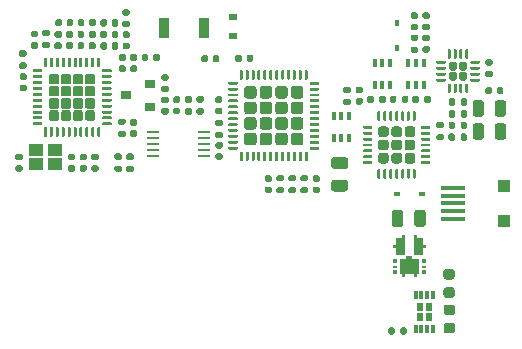
<source format=gbr>
%TF.GenerationSoftware,KiCad,Pcbnew,(5.1.9-0-10_14)*%
%TF.CreationDate,2021-10-29T13:13:03+02:00*%
%TF.ProjectId,Leo_muziekdoos,4c656f5f-6d75-47a6-9965-6b646f6f732e,rev?*%
%TF.SameCoordinates,Original*%
%TF.FileFunction,Paste,Top*%
%TF.FilePolarity,Positive*%
%FSLAX46Y46*%
G04 Gerber Fmt 4.6, Leading zero omitted, Abs format (unit mm)*
G04 Created by KiCad (PCBNEW (5.1.9-0-10_14)) date 2021-10-29 13:13:03*
%MOMM*%
%LPD*%
G01*
G04 APERTURE LIST*
%ADD10C,0.010000*%
%ADD11C,0.100000*%
%ADD12R,0.900000X1.700000*%
%ADD13R,1.100000X0.250000*%
%ADD14R,0.600000X0.450000*%
%ADD15R,0.400000X0.325000*%
%ADD16R,0.400000X0.200000*%
%ADD17R,0.400000X0.650000*%
%ADD18R,0.800000X0.550000*%
%ADD19R,1.000000X1.000000*%
%ADD20R,2.150000X0.400000*%
%ADD21R,0.900000X0.800000*%
%ADD22R,0.580000X0.710000*%
%ADD23R,0.300000X0.750000*%
%ADD24R,1.200000X1.000000*%
%ADD25R,0.450000X0.600000*%
G04 APERTURE END LIST*
D10*
%TO.C,U2*%
G36*
X75636000Y-84239200D02*
G01*
X75956000Y-84239200D01*
X75956000Y-84439200D01*
X75636000Y-84439200D01*
X75636000Y-84239200D01*
G37*
X75636000Y-84239200D02*
X75956000Y-84239200D01*
X75956000Y-84439200D01*
X75636000Y-84439200D01*
X75636000Y-84239200D01*
G36*
X74046000Y-84229200D02*
G01*
X74366000Y-84229200D01*
X74366000Y-84429200D01*
X74046000Y-84429200D01*
X74046000Y-84229200D01*
G37*
X74046000Y-84229200D02*
X74366000Y-84229200D01*
X74366000Y-84429200D01*
X74046000Y-84429200D01*
X74046000Y-84229200D01*
G36*
X75246000Y-86049200D02*
G01*
X75626000Y-86049200D01*
X75626000Y-86449200D01*
X75246000Y-86449200D01*
X75246000Y-86049200D01*
G37*
X75246000Y-86049200D02*
X75626000Y-86049200D01*
X75626000Y-86449200D01*
X75246000Y-86449200D01*
X75246000Y-86049200D01*
G36*
X74396000Y-86049200D02*
G01*
X74776000Y-86049200D01*
X74776000Y-86449200D01*
X74396000Y-86449200D01*
X74396000Y-86049200D01*
G37*
X74396000Y-86049200D02*
X74776000Y-86049200D01*
X74776000Y-86449200D01*
X74396000Y-86449200D01*
X74396000Y-86049200D01*
%TD*%
%TO.C,U10*%
G36*
G01*
X75259000Y-75072800D02*
X74809000Y-75072800D01*
G75*
G02*
X74584000Y-74847800I0J225000D01*
G01*
X74584000Y-74397800D01*
G75*
G02*
X74809000Y-74172800I225000J0D01*
G01*
X75259000Y-74172800D01*
G75*
G02*
X75484000Y-74397800I0J-225000D01*
G01*
X75484000Y-74847800D01*
G75*
G02*
X75259000Y-75072800I-225000J0D01*
G01*
G37*
G36*
G01*
X74139000Y-75072800D02*
X73689000Y-75072800D01*
G75*
G02*
X73464000Y-74847800I0J225000D01*
G01*
X73464000Y-74397800D01*
G75*
G02*
X73689000Y-74172800I225000J0D01*
G01*
X74139000Y-74172800D01*
G75*
G02*
X74364000Y-74397800I0J-225000D01*
G01*
X74364000Y-74847800D01*
G75*
G02*
X74139000Y-75072800I-225000J0D01*
G01*
G37*
G36*
G01*
X73019000Y-75072800D02*
X72569000Y-75072800D01*
G75*
G02*
X72344000Y-74847800I0J225000D01*
G01*
X72344000Y-74397800D01*
G75*
G02*
X72569000Y-74172800I225000J0D01*
G01*
X73019000Y-74172800D01*
G75*
G02*
X73244000Y-74397800I0J-225000D01*
G01*
X73244000Y-74847800D01*
G75*
G02*
X73019000Y-75072800I-225000J0D01*
G01*
G37*
G36*
G01*
X75259000Y-76192800D02*
X74809000Y-76192800D01*
G75*
G02*
X74584000Y-75967800I0J225000D01*
G01*
X74584000Y-75517800D01*
G75*
G02*
X74809000Y-75292800I225000J0D01*
G01*
X75259000Y-75292800D01*
G75*
G02*
X75484000Y-75517800I0J-225000D01*
G01*
X75484000Y-75967800D01*
G75*
G02*
X75259000Y-76192800I-225000J0D01*
G01*
G37*
G36*
G01*
X74139000Y-76192800D02*
X73689000Y-76192800D01*
G75*
G02*
X73464000Y-75967800I0J225000D01*
G01*
X73464000Y-75517800D01*
G75*
G02*
X73689000Y-75292800I225000J0D01*
G01*
X74139000Y-75292800D01*
G75*
G02*
X74364000Y-75517800I0J-225000D01*
G01*
X74364000Y-75967800D01*
G75*
G02*
X74139000Y-76192800I-225000J0D01*
G01*
G37*
G36*
G01*
X73019000Y-76192800D02*
X72569000Y-76192800D01*
G75*
G02*
X72344000Y-75967800I0J225000D01*
G01*
X72344000Y-75517800D01*
G75*
G02*
X72569000Y-75292800I225000J0D01*
G01*
X73019000Y-75292800D01*
G75*
G02*
X73244000Y-75517800I0J-225000D01*
G01*
X73244000Y-75967800D01*
G75*
G02*
X73019000Y-76192800I-225000J0D01*
G01*
G37*
G36*
G01*
X75259000Y-77312800D02*
X74809000Y-77312800D01*
G75*
G02*
X74584000Y-77087800I0J225000D01*
G01*
X74584000Y-76637800D01*
G75*
G02*
X74809000Y-76412800I225000J0D01*
G01*
X75259000Y-76412800D01*
G75*
G02*
X75484000Y-76637800I0J-225000D01*
G01*
X75484000Y-77087800D01*
G75*
G02*
X75259000Y-77312800I-225000J0D01*
G01*
G37*
G36*
G01*
X74139000Y-77312800D02*
X73689000Y-77312800D01*
G75*
G02*
X73464000Y-77087800I0J225000D01*
G01*
X73464000Y-76637800D01*
G75*
G02*
X73689000Y-76412800I225000J0D01*
G01*
X74139000Y-76412800D01*
G75*
G02*
X74364000Y-76637800I0J-225000D01*
G01*
X74364000Y-77087800D01*
G75*
G02*
X74139000Y-77312800I-225000J0D01*
G01*
G37*
G36*
G01*
X73019000Y-77312800D02*
X72569000Y-77312800D01*
G75*
G02*
X72344000Y-77087800I0J225000D01*
G01*
X72344000Y-76637800D01*
G75*
G02*
X72569000Y-76412800I225000J0D01*
G01*
X73019000Y-76412800D01*
G75*
G02*
X73244000Y-76637800I0J-225000D01*
G01*
X73244000Y-77087800D01*
G75*
G02*
X73019000Y-77312800I-225000J0D01*
G01*
G37*
G36*
G01*
X71801500Y-77367800D02*
X71126500Y-77367800D01*
G75*
G02*
X71064000Y-77305300I0J62500D01*
G01*
X71064000Y-77180300D01*
G75*
G02*
X71126500Y-77117800I62500J0D01*
G01*
X71801500Y-77117800D01*
G75*
G02*
X71864000Y-77180300I0J-62500D01*
G01*
X71864000Y-77305300D01*
G75*
G02*
X71801500Y-77367800I-62500J0D01*
G01*
G37*
G36*
G01*
X71801500Y-76867800D02*
X71126500Y-76867800D01*
G75*
G02*
X71064000Y-76805300I0J62500D01*
G01*
X71064000Y-76680300D01*
G75*
G02*
X71126500Y-76617800I62500J0D01*
G01*
X71801500Y-76617800D01*
G75*
G02*
X71864000Y-76680300I0J-62500D01*
G01*
X71864000Y-76805300D01*
G75*
G02*
X71801500Y-76867800I-62500J0D01*
G01*
G37*
G36*
G01*
X71801500Y-76367800D02*
X71126500Y-76367800D01*
G75*
G02*
X71064000Y-76305300I0J62500D01*
G01*
X71064000Y-76180300D01*
G75*
G02*
X71126500Y-76117800I62500J0D01*
G01*
X71801500Y-76117800D01*
G75*
G02*
X71864000Y-76180300I0J-62500D01*
G01*
X71864000Y-76305300D01*
G75*
G02*
X71801500Y-76367800I-62500J0D01*
G01*
G37*
G36*
G01*
X71801500Y-75867800D02*
X71126500Y-75867800D01*
G75*
G02*
X71064000Y-75805300I0J62500D01*
G01*
X71064000Y-75680300D01*
G75*
G02*
X71126500Y-75617800I62500J0D01*
G01*
X71801500Y-75617800D01*
G75*
G02*
X71864000Y-75680300I0J-62500D01*
G01*
X71864000Y-75805300D01*
G75*
G02*
X71801500Y-75867800I-62500J0D01*
G01*
G37*
G36*
G01*
X71801500Y-75367800D02*
X71126500Y-75367800D01*
G75*
G02*
X71064000Y-75305300I0J62500D01*
G01*
X71064000Y-75180300D01*
G75*
G02*
X71126500Y-75117800I62500J0D01*
G01*
X71801500Y-75117800D01*
G75*
G02*
X71864000Y-75180300I0J-62500D01*
G01*
X71864000Y-75305300D01*
G75*
G02*
X71801500Y-75367800I-62500J0D01*
G01*
G37*
G36*
G01*
X71801500Y-74867800D02*
X71126500Y-74867800D01*
G75*
G02*
X71064000Y-74805300I0J62500D01*
G01*
X71064000Y-74680300D01*
G75*
G02*
X71126500Y-74617800I62500J0D01*
G01*
X71801500Y-74617800D01*
G75*
G02*
X71864000Y-74680300I0J-62500D01*
G01*
X71864000Y-74805300D01*
G75*
G02*
X71801500Y-74867800I-62500J0D01*
G01*
G37*
G36*
G01*
X71801500Y-74367800D02*
X71126500Y-74367800D01*
G75*
G02*
X71064000Y-74305300I0J62500D01*
G01*
X71064000Y-74180300D01*
G75*
G02*
X71126500Y-74117800I62500J0D01*
G01*
X71801500Y-74117800D01*
G75*
G02*
X71864000Y-74180300I0J-62500D01*
G01*
X71864000Y-74305300D01*
G75*
G02*
X71801500Y-74367800I-62500J0D01*
G01*
G37*
G36*
G01*
X72476500Y-73692800D02*
X72351500Y-73692800D01*
G75*
G02*
X72289000Y-73630300I0J62500D01*
G01*
X72289000Y-72955300D01*
G75*
G02*
X72351500Y-72892800I62500J0D01*
G01*
X72476500Y-72892800D01*
G75*
G02*
X72539000Y-72955300I0J-62500D01*
G01*
X72539000Y-73630300D01*
G75*
G02*
X72476500Y-73692800I-62500J0D01*
G01*
G37*
G36*
G01*
X72976500Y-73692800D02*
X72851500Y-73692800D01*
G75*
G02*
X72789000Y-73630300I0J62500D01*
G01*
X72789000Y-72955300D01*
G75*
G02*
X72851500Y-72892800I62500J0D01*
G01*
X72976500Y-72892800D01*
G75*
G02*
X73039000Y-72955300I0J-62500D01*
G01*
X73039000Y-73630300D01*
G75*
G02*
X72976500Y-73692800I-62500J0D01*
G01*
G37*
G36*
G01*
X73476500Y-73692800D02*
X73351500Y-73692800D01*
G75*
G02*
X73289000Y-73630300I0J62500D01*
G01*
X73289000Y-72955300D01*
G75*
G02*
X73351500Y-72892800I62500J0D01*
G01*
X73476500Y-72892800D01*
G75*
G02*
X73539000Y-72955300I0J-62500D01*
G01*
X73539000Y-73630300D01*
G75*
G02*
X73476500Y-73692800I-62500J0D01*
G01*
G37*
G36*
G01*
X73976500Y-73692800D02*
X73851500Y-73692800D01*
G75*
G02*
X73789000Y-73630300I0J62500D01*
G01*
X73789000Y-72955300D01*
G75*
G02*
X73851500Y-72892800I62500J0D01*
G01*
X73976500Y-72892800D01*
G75*
G02*
X74039000Y-72955300I0J-62500D01*
G01*
X74039000Y-73630300D01*
G75*
G02*
X73976500Y-73692800I-62500J0D01*
G01*
G37*
G36*
G01*
X74476500Y-73692800D02*
X74351500Y-73692800D01*
G75*
G02*
X74289000Y-73630300I0J62500D01*
G01*
X74289000Y-72955300D01*
G75*
G02*
X74351500Y-72892800I62500J0D01*
G01*
X74476500Y-72892800D01*
G75*
G02*
X74539000Y-72955300I0J-62500D01*
G01*
X74539000Y-73630300D01*
G75*
G02*
X74476500Y-73692800I-62500J0D01*
G01*
G37*
G36*
G01*
X74976500Y-73692800D02*
X74851500Y-73692800D01*
G75*
G02*
X74789000Y-73630300I0J62500D01*
G01*
X74789000Y-72955300D01*
G75*
G02*
X74851500Y-72892800I62500J0D01*
G01*
X74976500Y-72892800D01*
G75*
G02*
X75039000Y-72955300I0J-62500D01*
G01*
X75039000Y-73630300D01*
G75*
G02*
X74976500Y-73692800I-62500J0D01*
G01*
G37*
G36*
G01*
X75476500Y-73692800D02*
X75351500Y-73692800D01*
G75*
G02*
X75289000Y-73630300I0J62500D01*
G01*
X75289000Y-72955300D01*
G75*
G02*
X75351500Y-72892800I62500J0D01*
G01*
X75476500Y-72892800D01*
G75*
G02*
X75539000Y-72955300I0J-62500D01*
G01*
X75539000Y-73630300D01*
G75*
G02*
X75476500Y-73692800I-62500J0D01*
G01*
G37*
G36*
G01*
X76701500Y-74367800D02*
X76026500Y-74367800D01*
G75*
G02*
X75964000Y-74305300I0J62500D01*
G01*
X75964000Y-74180300D01*
G75*
G02*
X76026500Y-74117800I62500J0D01*
G01*
X76701500Y-74117800D01*
G75*
G02*
X76764000Y-74180300I0J-62500D01*
G01*
X76764000Y-74305300D01*
G75*
G02*
X76701500Y-74367800I-62500J0D01*
G01*
G37*
G36*
G01*
X76701500Y-74867800D02*
X76026500Y-74867800D01*
G75*
G02*
X75964000Y-74805300I0J62500D01*
G01*
X75964000Y-74680300D01*
G75*
G02*
X76026500Y-74617800I62500J0D01*
G01*
X76701500Y-74617800D01*
G75*
G02*
X76764000Y-74680300I0J-62500D01*
G01*
X76764000Y-74805300D01*
G75*
G02*
X76701500Y-74867800I-62500J0D01*
G01*
G37*
G36*
G01*
X76701500Y-75367800D02*
X76026500Y-75367800D01*
G75*
G02*
X75964000Y-75305300I0J62500D01*
G01*
X75964000Y-75180300D01*
G75*
G02*
X76026500Y-75117800I62500J0D01*
G01*
X76701500Y-75117800D01*
G75*
G02*
X76764000Y-75180300I0J-62500D01*
G01*
X76764000Y-75305300D01*
G75*
G02*
X76701500Y-75367800I-62500J0D01*
G01*
G37*
G36*
G01*
X76701500Y-75867800D02*
X76026500Y-75867800D01*
G75*
G02*
X75964000Y-75805300I0J62500D01*
G01*
X75964000Y-75680300D01*
G75*
G02*
X76026500Y-75617800I62500J0D01*
G01*
X76701500Y-75617800D01*
G75*
G02*
X76764000Y-75680300I0J-62500D01*
G01*
X76764000Y-75805300D01*
G75*
G02*
X76701500Y-75867800I-62500J0D01*
G01*
G37*
G36*
G01*
X76701500Y-76367800D02*
X76026500Y-76367800D01*
G75*
G02*
X75964000Y-76305300I0J62500D01*
G01*
X75964000Y-76180300D01*
G75*
G02*
X76026500Y-76117800I62500J0D01*
G01*
X76701500Y-76117800D01*
G75*
G02*
X76764000Y-76180300I0J-62500D01*
G01*
X76764000Y-76305300D01*
G75*
G02*
X76701500Y-76367800I-62500J0D01*
G01*
G37*
G36*
G01*
X76701500Y-76867800D02*
X76026500Y-76867800D01*
G75*
G02*
X75964000Y-76805300I0J62500D01*
G01*
X75964000Y-76680300D01*
G75*
G02*
X76026500Y-76617800I62500J0D01*
G01*
X76701500Y-76617800D01*
G75*
G02*
X76764000Y-76680300I0J-62500D01*
G01*
X76764000Y-76805300D01*
G75*
G02*
X76701500Y-76867800I-62500J0D01*
G01*
G37*
G36*
G01*
X76701500Y-77367800D02*
X76026500Y-77367800D01*
G75*
G02*
X75964000Y-77305300I0J62500D01*
G01*
X75964000Y-77180300D01*
G75*
G02*
X76026500Y-77117800I62500J0D01*
G01*
X76701500Y-77117800D01*
G75*
G02*
X76764000Y-77180300I0J-62500D01*
G01*
X76764000Y-77305300D01*
G75*
G02*
X76701500Y-77367800I-62500J0D01*
G01*
G37*
G36*
G01*
X75476500Y-78592800D02*
X75351500Y-78592800D01*
G75*
G02*
X75289000Y-78530300I0J62500D01*
G01*
X75289000Y-77855300D01*
G75*
G02*
X75351500Y-77792800I62500J0D01*
G01*
X75476500Y-77792800D01*
G75*
G02*
X75539000Y-77855300I0J-62500D01*
G01*
X75539000Y-78530300D01*
G75*
G02*
X75476500Y-78592800I-62500J0D01*
G01*
G37*
G36*
G01*
X74976500Y-78592800D02*
X74851500Y-78592800D01*
G75*
G02*
X74789000Y-78530300I0J62500D01*
G01*
X74789000Y-77855300D01*
G75*
G02*
X74851500Y-77792800I62500J0D01*
G01*
X74976500Y-77792800D01*
G75*
G02*
X75039000Y-77855300I0J-62500D01*
G01*
X75039000Y-78530300D01*
G75*
G02*
X74976500Y-78592800I-62500J0D01*
G01*
G37*
G36*
G01*
X74476500Y-78592800D02*
X74351500Y-78592800D01*
G75*
G02*
X74289000Y-78530300I0J62500D01*
G01*
X74289000Y-77855300D01*
G75*
G02*
X74351500Y-77792800I62500J0D01*
G01*
X74476500Y-77792800D01*
G75*
G02*
X74539000Y-77855300I0J-62500D01*
G01*
X74539000Y-78530300D01*
G75*
G02*
X74476500Y-78592800I-62500J0D01*
G01*
G37*
G36*
G01*
X73976500Y-78592800D02*
X73851500Y-78592800D01*
G75*
G02*
X73789000Y-78530300I0J62500D01*
G01*
X73789000Y-77855300D01*
G75*
G02*
X73851500Y-77792800I62500J0D01*
G01*
X73976500Y-77792800D01*
G75*
G02*
X74039000Y-77855300I0J-62500D01*
G01*
X74039000Y-78530300D01*
G75*
G02*
X73976500Y-78592800I-62500J0D01*
G01*
G37*
G36*
G01*
X73476500Y-78592800D02*
X73351500Y-78592800D01*
G75*
G02*
X73289000Y-78530300I0J62500D01*
G01*
X73289000Y-77855300D01*
G75*
G02*
X73351500Y-77792800I62500J0D01*
G01*
X73476500Y-77792800D01*
G75*
G02*
X73539000Y-77855300I0J-62500D01*
G01*
X73539000Y-78530300D01*
G75*
G02*
X73476500Y-78592800I-62500J0D01*
G01*
G37*
G36*
G01*
X72976500Y-78592800D02*
X72851500Y-78592800D01*
G75*
G02*
X72789000Y-78530300I0J62500D01*
G01*
X72789000Y-77855300D01*
G75*
G02*
X72851500Y-77792800I62500J0D01*
G01*
X72976500Y-77792800D01*
G75*
G02*
X73039000Y-77855300I0J-62500D01*
G01*
X73039000Y-78530300D01*
G75*
G02*
X72976500Y-78592800I-62500J0D01*
G01*
G37*
G36*
G01*
X72476500Y-78592800D02*
X72351500Y-78592800D01*
G75*
G02*
X72289000Y-78530300I0J62500D01*
G01*
X72289000Y-77855300D01*
G75*
G02*
X72351500Y-77792800I62500J0D01*
G01*
X72476500Y-77792800D01*
G75*
G02*
X72539000Y-77855300I0J-62500D01*
G01*
X72539000Y-78530300D01*
G75*
G02*
X72476500Y-78592800I-62500J0D01*
G01*
G37*
%TD*%
D11*
%TO.C,U3*%
G36*
X45337074Y-73515435D02*
G01*
X45331093Y-73535150D01*
X45321381Y-73553320D01*
X45308311Y-73569246D01*
X45221246Y-73656311D01*
X45205320Y-73669381D01*
X45187150Y-73679093D01*
X45167435Y-73685074D01*
X45146932Y-73687093D01*
X44640468Y-73687093D01*
X44619965Y-73685074D01*
X44600250Y-73679093D01*
X44582080Y-73669381D01*
X44566154Y-73656311D01*
X44479089Y-73569246D01*
X44466019Y-73553320D01*
X44456307Y-73535150D01*
X44450326Y-73515435D01*
X44448307Y-73494932D01*
X44448307Y-72988468D01*
X44450326Y-72967965D01*
X44456307Y-72948250D01*
X44466019Y-72930080D01*
X44479089Y-72914154D01*
X44566154Y-72827089D01*
X44582080Y-72814019D01*
X44600250Y-72804307D01*
X44619965Y-72798326D01*
X44640468Y-72796307D01*
X45146932Y-72796307D01*
X45167435Y-72798326D01*
X45187150Y-72804307D01*
X45205320Y-72814019D01*
X45221246Y-72827089D01*
X45308311Y-72914154D01*
X45321381Y-72930080D01*
X45331093Y-72948250D01*
X45337074Y-72967965D01*
X45339093Y-72988468D01*
X45339093Y-73494932D01*
X45337074Y-73515435D01*
G37*
G36*
X46362074Y-73515435D02*
G01*
X46356093Y-73535150D01*
X46346381Y-73553320D01*
X46333311Y-73569246D01*
X46246246Y-73656311D01*
X46230320Y-73669381D01*
X46212150Y-73679093D01*
X46192435Y-73685074D01*
X46171932Y-73687093D01*
X45665468Y-73687093D01*
X45644965Y-73685074D01*
X45625250Y-73679093D01*
X45607080Y-73669381D01*
X45591154Y-73656311D01*
X45504089Y-73569246D01*
X45491019Y-73553320D01*
X45481307Y-73535150D01*
X45475326Y-73515435D01*
X45473307Y-73494932D01*
X45473307Y-72988468D01*
X45475326Y-72967965D01*
X45481307Y-72948250D01*
X45491019Y-72930080D01*
X45504089Y-72914154D01*
X45591154Y-72827089D01*
X45607080Y-72814019D01*
X45625250Y-72804307D01*
X45644965Y-72798326D01*
X45665468Y-72796307D01*
X46171932Y-72796307D01*
X46192435Y-72798326D01*
X46212150Y-72804307D01*
X46230320Y-72814019D01*
X46246246Y-72827089D01*
X46333311Y-72914154D01*
X46346381Y-72930080D01*
X46356093Y-72948250D01*
X46362074Y-72967965D01*
X46364093Y-72988468D01*
X46364093Y-73494932D01*
X46362074Y-73515435D01*
G37*
G36*
X47387074Y-73515435D02*
G01*
X47381093Y-73535150D01*
X47371381Y-73553320D01*
X47358311Y-73569246D01*
X47271246Y-73656311D01*
X47255320Y-73669381D01*
X47237150Y-73679093D01*
X47217435Y-73685074D01*
X47196932Y-73687093D01*
X46690468Y-73687093D01*
X46669965Y-73685074D01*
X46650250Y-73679093D01*
X46632080Y-73669381D01*
X46616154Y-73656311D01*
X46529089Y-73569246D01*
X46516019Y-73553320D01*
X46506307Y-73535150D01*
X46500326Y-73515435D01*
X46498307Y-73494932D01*
X46498307Y-72988468D01*
X46500326Y-72967965D01*
X46506307Y-72948250D01*
X46516019Y-72930080D01*
X46529089Y-72914154D01*
X46616154Y-72827089D01*
X46632080Y-72814019D01*
X46650250Y-72804307D01*
X46669965Y-72798326D01*
X46690468Y-72796307D01*
X47196932Y-72796307D01*
X47217435Y-72798326D01*
X47237150Y-72804307D01*
X47255320Y-72814019D01*
X47271246Y-72827089D01*
X47358311Y-72914154D01*
X47371381Y-72930080D01*
X47381093Y-72948250D01*
X47387074Y-72967965D01*
X47389093Y-72988468D01*
X47389093Y-73494932D01*
X47387074Y-73515435D01*
G37*
G36*
X48412074Y-73515435D02*
G01*
X48406093Y-73535150D01*
X48396381Y-73553320D01*
X48383311Y-73569246D01*
X48296246Y-73656311D01*
X48280320Y-73669381D01*
X48262150Y-73679093D01*
X48242435Y-73685074D01*
X48221932Y-73687093D01*
X47715468Y-73687093D01*
X47694965Y-73685074D01*
X47675250Y-73679093D01*
X47657080Y-73669381D01*
X47641154Y-73656311D01*
X47554089Y-73569246D01*
X47541019Y-73553320D01*
X47531307Y-73535150D01*
X47525326Y-73515435D01*
X47523307Y-73494932D01*
X47523307Y-72988468D01*
X47525326Y-72967965D01*
X47531307Y-72948250D01*
X47541019Y-72930080D01*
X47554089Y-72914154D01*
X47641154Y-72827089D01*
X47657080Y-72814019D01*
X47675250Y-72804307D01*
X47694965Y-72798326D01*
X47715468Y-72796307D01*
X48221932Y-72796307D01*
X48242435Y-72798326D01*
X48262150Y-72804307D01*
X48280320Y-72814019D01*
X48296246Y-72827089D01*
X48383311Y-72914154D01*
X48396381Y-72930080D01*
X48406093Y-72948250D01*
X48412074Y-72967965D01*
X48414093Y-72988468D01*
X48414093Y-73494932D01*
X48412074Y-73515435D01*
G37*
G36*
X45337074Y-72490435D02*
G01*
X45331093Y-72510150D01*
X45321381Y-72528320D01*
X45308311Y-72544246D01*
X45221246Y-72631311D01*
X45205320Y-72644381D01*
X45187150Y-72654093D01*
X45167435Y-72660074D01*
X45146932Y-72662093D01*
X44640468Y-72662093D01*
X44619965Y-72660074D01*
X44600250Y-72654093D01*
X44582080Y-72644381D01*
X44566154Y-72631311D01*
X44479089Y-72544246D01*
X44466019Y-72528320D01*
X44456307Y-72510150D01*
X44450326Y-72490435D01*
X44448307Y-72469932D01*
X44448307Y-71963468D01*
X44450326Y-71942965D01*
X44456307Y-71923250D01*
X44466019Y-71905080D01*
X44479089Y-71889154D01*
X44566154Y-71802089D01*
X44582080Y-71789019D01*
X44600250Y-71779307D01*
X44619965Y-71773326D01*
X44640468Y-71771307D01*
X45146932Y-71771307D01*
X45167435Y-71773326D01*
X45187150Y-71779307D01*
X45205320Y-71789019D01*
X45221246Y-71802089D01*
X45308311Y-71889154D01*
X45321381Y-71905080D01*
X45331093Y-71923250D01*
X45337074Y-71942965D01*
X45339093Y-71963468D01*
X45339093Y-72469932D01*
X45337074Y-72490435D01*
G37*
G36*
X46362074Y-72490435D02*
G01*
X46356093Y-72510150D01*
X46346381Y-72528320D01*
X46333311Y-72544246D01*
X46246246Y-72631311D01*
X46230320Y-72644381D01*
X46212150Y-72654093D01*
X46192435Y-72660074D01*
X46171932Y-72662093D01*
X45665468Y-72662093D01*
X45644965Y-72660074D01*
X45625250Y-72654093D01*
X45607080Y-72644381D01*
X45591154Y-72631311D01*
X45504089Y-72544246D01*
X45491019Y-72528320D01*
X45481307Y-72510150D01*
X45475326Y-72490435D01*
X45473307Y-72469932D01*
X45473307Y-71963468D01*
X45475326Y-71942965D01*
X45481307Y-71923250D01*
X45491019Y-71905080D01*
X45504089Y-71889154D01*
X45591154Y-71802089D01*
X45607080Y-71789019D01*
X45625250Y-71779307D01*
X45644965Y-71773326D01*
X45665468Y-71771307D01*
X46171932Y-71771307D01*
X46192435Y-71773326D01*
X46212150Y-71779307D01*
X46230320Y-71789019D01*
X46246246Y-71802089D01*
X46333311Y-71889154D01*
X46346381Y-71905080D01*
X46356093Y-71923250D01*
X46362074Y-71942965D01*
X46364093Y-71963468D01*
X46364093Y-72469932D01*
X46362074Y-72490435D01*
G37*
G36*
X47387074Y-72490435D02*
G01*
X47381093Y-72510150D01*
X47371381Y-72528320D01*
X47358311Y-72544246D01*
X47271246Y-72631311D01*
X47255320Y-72644381D01*
X47237150Y-72654093D01*
X47217435Y-72660074D01*
X47196932Y-72662093D01*
X46690468Y-72662093D01*
X46669965Y-72660074D01*
X46650250Y-72654093D01*
X46632080Y-72644381D01*
X46616154Y-72631311D01*
X46529089Y-72544246D01*
X46516019Y-72528320D01*
X46506307Y-72510150D01*
X46500326Y-72490435D01*
X46498307Y-72469932D01*
X46498307Y-71963468D01*
X46500326Y-71942965D01*
X46506307Y-71923250D01*
X46516019Y-71905080D01*
X46529089Y-71889154D01*
X46616154Y-71802089D01*
X46632080Y-71789019D01*
X46650250Y-71779307D01*
X46669965Y-71773326D01*
X46690468Y-71771307D01*
X47196932Y-71771307D01*
X47217435Y-71773326D01*
X47237150Y-71779307D01*
X47255320Y-71789019D01*
X47271246Y-71802089D01*
X47358311Y-71889154D01*
X47371381Y-71905080D01*
X47381093Y-71923250D01*
X47387074Y-71942965D01*
X47389093Y-71963468D01*
X47389093Y-72469932D01*
X47387074Y-72490435D01*
G37*
G36*
X48412074Y-72490435D02*
G01*
X48406093Y-72510150D01*
X48396381Y-72528320D01*
X48383311Y-72544246D01*
X48296246Y-72631311D01*
X48280320Y-72644381D01*
X48262150Y-72654093D01*
X48242435Y-72660074D01*
X48221932Y-72662093D01*
X47715468Y-72662093D01*
X47694965Y-72660074D01*
X47675250Y-72654093D01*
X47657080Y-72644381D01*
X47641154Y-72631311D01*
X47554089Y-72544246D01*
X47541019Y-72528320D01*
X47531307Y-72510150D01*
X47525326Y-72490435D01*
X47523307Y-72469932D01*
X47523307Y-71963468D01*
X47525326Y-71942965D01*
X47531307Y-71923250D01*
X47541019Y-71905080D01*
X47554089Y-71889154D01*
X47641154Y-71802089D01*
X47657080Y-71789019D01*
X47675250Y-71779307D01*
X47694965Y-71773326D01*
X47715468Y-71771307D01*
X48221932Y-71771307D01*
X48242435Y-71773326D01*
X48262150Y-71779307D01*
X48280320Y-71789019D01*
X48296246Y-71802089D01*
X48383311Y-71889154D01*
X48396381Y-71905080D01*
X48406093Y-71923250D01*
X48412074Y-71942965D01*
X48414093Y-71963468D01*
X48414093Y-72469932D01*
X48412074Y-72490435D01*
G37*
G36*
X45337074Y-71465435D02*
G01*
X45331093Y-71485150D01*
X45321381Y-71503320D01*
X45308311Y-71519246D01*
X45221246Y-71606311D01*
X45205320Y-71619381D01*
X45187150Y-71629093D01*
X45167435Y-71635074D01*
X45146932Y-71637093D01*
X44640468Y-71637093D01*
X44619965Y-71635074D01*
X44600250Y-71629093D01*
X44582080Y-71619381D01*
X44566154Y-71606311D01*
X44479089Y-71519246D01*
X44466019Y-71503320D01*
X44456307Y-71485150D01*
X44450326Y-71465435D01*
X44448307Y-71444932D01*
X44448307Y-70938468D01*
X44450326Y-70917965D01*
X44456307Y-70898250D01*
X44466019Y-70880080D01*
X44479089Y-70864154D01*
X44566154Y-70777089D01*
X44582080Y-70764019D01*
X44600250Y-70754307D01*
X44619965Y-70748326D01*
X44640468Y-70746307D01*
X45146932Y-70746307D01*
X45167435Y-70748326D01*
X45187150Y-70754307D01*
X45205320Y-70764019D01*
X45221246Y-70777089D01*
X45308311Y-70864154D01*
X45321381Y-70880080D01*
X45331093Y-70898250D01*
X45337074Y-70917965D01*
X45339093Y-70938468D01*
X45339093Y-71444932D01*
X45337074Y-71465435D01*
G37*
G36*
X46362074Y-71465435D02*
G01*
X46356093Y-71485150D01*
X46346381Y-71503320D01*
X46333311Y-71519246D01*
X46246246Y-71606311D01*
X46230320Y-71619381D01*
X46212150Y-71629093D01*
X46192435Y-71635074D01*
X46171932Y-71637093D01*
X45665468Y-71637093D01*
X45644965Y-71635074D01*
X45625250Y-71629093D01*
X45607080Y-71619381D01*
X45591154Y-71606311D01*
X45504089Y-71519246D01*
X45491019Y-71503320D01*
X45481307Y-71485150D01*
X45475326Y-71465435D01*
X45473307Y-71444932D01*
X45473307Y-70938468D01*
X45475326Y-70917965D01*
X45481307Y-70898250D01*
X45491019Y-70880080D01*
X45504089Y-70864154D01*
X45591154Y-70777089D01*
X45607080Y-70764019D01*
X45625250Y-70754307D01*
X45644965Y-70748326D01*
X45665468Y-70746307D01*
X46171932Y-70746307D01*
X46192435Y-70748326D01*
X46212150Y-70754307D01*
X46230320Y-70764019D01*
X46246246Y-70777089D01*
X46333311Y-70864154D01*
X46346381Y-70880080D01*
X46356093Y-70898250D01*
X46362074Y-70917965D01*
X46364093Y-70938468D01*
X46364093Y-71444932D01*
X46362074Y-71465435D01*
G37*
G36*
X47387074Y-71465435D02*
G01*
X47381093Y-71485150D01*
X47371381Y-71503320D01*
X47358311Y-71519246D01*
X47271246Y-71606311D01*
X47255320Y-71619381D01*
X47237150Y-71629093D01*
X47217435Y-71635074D01*
X47196932Y-71637093D01*
X46690468Y-71637093D01*
X46669965Y-71635074D01*
X46650250Y-71629093D01*
X46632080Y-71619381D01*
X46616154Y-71606311D01*
X46529089Y-71519246D01*
X46516019Y-71503320D01*
X46506307Y-71485150D01*
X46500326Y-71465435D01*
X46498307Y-71444932D01*
X46498307Y-70938468D01*
X46500326Y-70917965D01*
X46506307Y-70898250D01*
X46516019Y-70880080D01*
X46529089Y-70864154D01*
X46616154Y-70777089D01*
X46632080Y-70764019D01*
X46650250Y-70754307D01*
X46669965Y-70748326D01*
X46690468Y-70746307D01*
X47196932Y-70746307D01*
X47217435Y-70748326D01*
X47237150Y-70754307D01*
X47255320Y-70764019D01*
X47271246Y-70777089D01*
X47358311Y-70864154D01*
X47371381Y-70880080D01*
X47381093Y-70898250D01*
X47387074Y-70917965D01*
X47389093Y-70938468D01*
X47389093Y-71444932D01*
X47387074Y-71465435D01*
G37*
G36*
X48412074Y-71465435D02*
G01*
X48406093Y-71485150D01*
X48396381Y-71503320D01*
X48383311Y-71519246D01*
X48296246Y-71606311D01*
X48280320Y-71619381D01*
X48262150Y-71629093D01*
X48242435Y-71635074D01*
X48221932Y-71637093D01*
X47715468Y-71637093D01*
X47694965Y-71635074D01*
X47675250Y-71629093D01*
X47657080Y-71619381D01*
X47641154Y-71606311D01*
X47554089Y-71519246D01*
X47541019Y-71503320D01*
X47531307Y-71485150D01*
X47525326Y-71465435D01*
X47523307Y-71444932D01*
X47523307Y-70938468D01*
X47525326Y-70917965D01*
X47531307Y-70898250D01*
X47541019Y-70880080D01*
X47554089Y-70864154D01*
X47641154Y-70777089D01*
X47657080Y-70764019D01*
X47675250Y-70754307D01*
X47694965Y-70748326D01*
X47715468Y-70746307D01*
X48221932Y-70746307D01*
X48242435Y-70748326D01*
X48262150Y-70754307D01*
X48280320Y-70764019D01*
X48296246Y-70777089D01*
X48383311Y-70864154D01*
X48396381Y-70880080D01*
X48406093Y-70898250D01*
X48412074Y-70917965D01*
X48414093Y-70938468D01*
X48414093Y-71444932D01*
X48412074Y-71465435D01*
G37*
G36*
X45337074Y-70440435D02*
G01*
X45331093Y-70460150D01*
X45321381Y-70478320D01*
X45308311Y-70494246D01*
X45221246Y-70581311D01*
X45205320Y-70594381D01*
X45187150Y-70604093D01*
X45167435Y-70610074D01*
X45146932Y-70612093D01*
X44640468Y-70612093D01*
X44619965Y-70610074D01*
X44600250Y-70604093D01*
X44582080Y-70594381D01*
X44566154Y-70581311D01*
X44479089Y-70494246D01*
X44466019Y-70478320D01*
X44456307Y-70460150D01*
X44450326Y-70440435D01*
X44448307Y-70419932D01*
X44448307Y-69913468D01*
X44450326Y-69892965D01*
X44456307Y-69873250D01*
X44466019Y-69855080D01*
X44479089Y-69839154D01*
X44566154Y-69752089D01*
X44582080Y-69739019D01*
X44600250Y-69729307D01*
X44619965Y-69723326D01*
X44640468Y-69721307D01*
X45146932Y-69721307D01*
X45167435Y-69723326D01*
X45187150Y-69729307D01*
X45205320Y-69739019D01*
X45221246Y-69752089D01*
X45308311Y-69839154D01*
X45321381Y-69855080D01*
X45331093Y-69873250D01*
X45337074Y-69892965D01*
X45339093Y-69913468D01*
X45339093Y-70419932D01*
X45337074Y-70440435D01*
G37*
G36*
X46362074Y-70440435D02*
G01*
X46356093Y-70460150D01*
X46346381Y-70478320D01*
X46333311Y-70494246D01*
X46246246Y-70581311D01*
X46230320Y-70594381D01*
X46212150Y-70604093D01*
X46192435Y-70610074D01*
X46171932Y-70612093D01*
X45665468Y-70612093D01*
X45644965Y-70610074D01*
X45625250Y-70604093D01*
X45607080Y-70594381D01*
X45591154Y-70581311D01*
X45504089Y-70494246D01*
X45491019Y-70478320D01*
X45481307Y-70460150D01*
X45475326Y-70440435D01*
X45473307Y-70419932D01*
X45473307Y-69913468D01*
X45475326Y-69892965D01*
X45481307Y-69873250D01*
X45491019Y-69855080D01*
X45504089Y-69839154D01*
X45591154Y-69752089D01*
X45607080Y-69739019D01*
X45625250Y-69729307D01*
X45644965Y-69723326D01*
X45665468Y-69721307D01*
X46171932Y-69721307D01*
X46192435Y-69723326D01*
X46212150Y-69729307D01*
X46230320Y-69739019D01*
X46246246Y-69752089D01*
X46333311Y-69839154D01*
X46346381Y-69855080D01*
X46356093Y-69873250D01*
X46362074Y-69892965D01*
X46364093Y-69913468D01*
X46364093Y-70419932D01*
X46362074Y-70440435D01*
G37*
G36*
X47387074Y-70440435D02*
G01*
X47381093Y-70460150D01*
X47371381Y-70478320D01*
X47358311Y-70494246D01*
X47271246Y-70581311D01*
X47255320Y-70594381D01*
X47237150Y-70604093D01*
X47217435Y-70610074D01*
X47196932Y-70612093D01*
X46690468Y-70612093D01*
X46669965Y-70610074D01*
X46650250Y-70604093D01*
X46632080Y-70594381D01*
X46616154Y-70581311D01*
X46529089Y-70494246D01*
X46516019Y-70478320D01*
X46506307Y-70460150D01*
X46500326Y-70440435D01*
X46498307Y-70419932D01*
X46498307Y-69913468D01*
X46500326Y-69892965D01*
X46506307Y-69873250D01*
X46516019Y-69855080D01*
X46529089Y-69839154D01*
X46616154Y-69752089D01*
X46632080Y-69739019D01*
X46650250Y-69729307D01*
X46669965Y-69723326D01*
X46690468Y-69721307D01*
X47196932Y-69721307D01*
X47217435Y-69723326D01*
X47237150Y-69729307D01*
X47255320Y-69739019D01*
X47271246Y-69752089D01*
X47358311Y-69839154D01*
X47371381Y-69855080D01*
X47381093Y-69873250D01*
X47387074Y-69892965D01*
X47389093Y-69913468D01*
X47389093Y-70419932D01*
X47387074Y-70440435D01*
G37*
G36*
X48412074Y-70440435D02*
G01*
X48406093Y-70460150D01*
X48396381Y-70478320D01*
X48383311Y-70494246D01*
X48296246Y-70581311D01*
X48280320Y-70594381D01*
X48262150Y-70604093D01*
X48242435Y-70610074D01*
X48221932Y-70612093D01*
X47715468Y-70612093D01*
X47694965Y-70610074D01*
X47675250Y-70604093D01*
X47657080Y-70594381D01*
X47641154Y-70581311D01*
X47554089Y-70494246D01*
X47541019Y-70478320D01*
X47531307Y-70460150D01*
X47525326Y-70440435D01*
X47523307Y-70419932D01*
X47523307Y-69913468D01*
X47525326Y-69892965D01*
X47531307Y-69873250D01*
X47541019Y-69855080D01*
X47554089Y-69839154D01*
X47641154Y-69752089D01*
X47657080Y-69739019D01*
X47675250Y-69729307D01*
X47694965Y-69723326D01*
X47715468Y-69721307D01*
X48221932Y-69721307D01*
X48242435Y-69723326D01*
X48262150Y-69729307D01*
X48280320Y-69739019D01*
X48296246Y-69752089D01*
X48383311Y-69839154D01*
X48396381Y-69855080D01*
X48406093Y-69873250D01*
X48412074Y-69892965D01*
X48414093Y-69913468D01*
X48414093Y-70419932D01*
X48412074Y-70440435D01*
G37*
G36*
G01*
X49018700Y-69329200D02*
X49718700Y-69329200D01*
G75*
G02*
X49781200Y-69391700I0J-62500D01*
G01*
X49781200Y-69516700D01*
G75*
G02*
X49718700Y-69579200I-62500J0D01*
G01*
X49018700Y-69579200D01*
G75*
G02*
X48956200Y-69516700I0J62500D01*
G01*
X48956200Y-69391700D01*
G75*
G02*
X49018700Y-69329200I62500J0D01*
G01*
G37*
G36*
G01*
X49018700Y-69829200D02*
X49718700Y-69829200D01*
G75*
G02*
X49781200Y-69891700I0J-62500D01*
G01*
X49781200Y-70016700D01*
G75*
G02*
X49718700Y-70079200I-62500J0D01*
G01*
X49018700Y-70079200D01*
G75*
G02*
X48956200Y-70016700I0J62500D01*
G01*
X48956200Y-69891700D01*
G75*
G02*
X49018700Y-69829200I62500J0D01*
G01*
G37*
G36*
G01*
X49018700Y-70329200D02*
X49718700Y-70329200D01*
G75*
G02*
X49781200Y-70391700I0J-62500D01*
G01*
X49781200Y-70516700D01*
G75*
G02*
X49718700Y-70579200I-62500J0D01*
G01*
X49018700Y-70579200D01*
G75*
G02*
X48956200Y-70516700I0J62500D01*
G01*
X48956200Y-70391700D01*
G75*
G02*
X49018700Y-70329200I62500J0D01*
G01*
G37*
G36*
G01*
X49018700Y-70829200D02*
X49718700Y-70829200D01*
G75*
G02*
X49781200Y-70891700I0J-62500D01*
G01*
X49781200Y-71016700D01*
G75*
G02*
X49718700Y-71079200I-62500J0D01*
G01*
X49018700Y-71079200D01*
G75*
G02*
X48956200Y-71016700I0J62500D01*
G01*
X48956200Y-70891700D01*
G75*
G02*
X49018700Y-70829200I62500J0D01*
G01*
G37*
G36*
G01*
X49018700Y-71329200D02*
X49718700Y-71329200D01*
G75*
G02*
X49781200Y-71391700I0J-62500D01*
G01*
X49781200Y-71516700D01*
G75*
G02*
X49718700Y-71579200I-62500J0D01*
G01*
X49018700Y-71579200D01*
G75*
G02*
X48956200Y-71516700I0J62500D01*
G01*
X48956200Y-71391700D01*
G75*
G02*
X49018700Y-71329200I62500J0D01*
G01*
G37*
G36*
G01*
X49018700Y-71829200D02*
X49718700Y-71829200D01*
G75*
G02*
X49781200Y-71891700I0J-62500D01*
G01*
X49781200Y-72016700D01*
G75*
G02*
X49718700Y-72079200I-62500J0D01*
G01*
X49018700Y-72079200D01*
G75*
G02*
X48956200Y-72016700I0J62500D01*
G01*
X48956200Y-71891700D01*
G75*
G02*
X49018700Y-71829200I62500J0D01*
G01*
G37*
G36*
G01*
X49018700Y-72329200D02*
X49718700Y-72329200D01*
G75*
G02*
X49781200Y-72391700I0J-62500D01*
G01*
X49781200Y-72516700D01*
G75*
G02*
X49718700Y-72579200I-62500J0D01*
G01*
X49018700Y-72579200D01*
G75*
G02*
X48956200Y-72516700I0J62500D01*
G01*
X48956200Y-72391700D01*
G75*
G02*
X49018700Y-72329200I62500J0D01*
G01*
G37*
G36*
G01*
X49018700Y-72829200D02*
X49718700Y-72829200D01*
G75*
G02*
X49781200Y-72891700I0J-62500D01*
G01*
X49781200Y-73016700D01*
G75*
G02*
X49718700Y-73079200I-62500J0D01*
G01*
X49018700Y-73079200D01*
G75*
G02*
X48956200Y-73016700I0J62500D01*
G01*
X48956200Y-72891700D01*
G75*
G02*
X49018700Y-72829200I62500J0D01*
G01*
G37*
G36*
G01*
X49018700Y-73329200D02*
X49718700Y-73329200D01*
G75*
G02*
X49781200Y-73391700I0J-62500D01*
G01*
X49781200Y-73516700D01*
G75*
G02*
X49718700Y-73579200I-62500J0D01*
G01*
X49018700Y-73579200D01*
G75*
G02*
X48956200Y-73516700I0J62500D01*
G01*
X48956200Y-73391700D01*
G75*
G02*
X49018700Y-73329200I62500J0D01*
G01*
G37*
G36*
G01*
X49018700Y-73829200D02*
X49718700Y-73829200D01*
G75*
G02*
X49781200Y-73891700I0J-62500D01*
G01*
X49781200Y-74016700D01*
G75*
G02*
X49718700Y-74079200I-62500J0D01*
G01*
X49018700Y-74079200D01*
G75*
G02*
X48956200Y-74016700I0J62500D01*
G01*
X48956200Y-73891700D01*
G75*
G02*
X49018700Y-73829200I62500J0D01*
G01*
G37*
G36*
G01*
X48618700Y-74229200D02*
X48743700Y-74229200D01*
G75*
G02*
X48806200Y-74291700I0J-62500D01*
G01*
X48806200Y-74991700D01*
G75*
G02*
X48743700Y-75054200I-62500J0D01*
G01*
X48618700Y-75054200D01*
G75*
G02*
X48556200Y-74991700I0J62500D01*
G01*
X48556200Y-74291700D01*
G75*
G02*
X48618700Y-74229200I62500J0D01*
G01*
G37*
G36*
G01*
X48118700Y-74229200D02*
X48243700Y-74229200D01*
G75*
G02*
X48306200Y-74291700I0J-62500D01*
G01*
X48306200Y-74991700D01*
G75*
G02*
X48243700Y-75054200I-62500J0D01*
G01*
X48118700Y-75054200D01*
G75*
G02*
X48056200Y-74991700I0J62500D01*
G01*
X48056200Y-74291700D01*
G75*
G02*
X48118700Y-74229200I62500J0D01*
G01*
G37*
G36*
G01*
X47618700Y-74229200D02*
X47743700Y-74229200D01*
G75*
G02*
X47806200Y-74291700I0J-62500D01*
G01*
X47806200Y-74991700D01*
G75*
G02*
X47743700Y-75054200I-62500J0D01*
G01*
X47618700Y-75054200D01*
G75*
G02*
X47556200Y-74991700I0J62500D01*
G01*
X47556200Y-74291700D01*
G75*
G02*
X47618700Y-74229200I62500J0D01*
G01*
G37*
G36*
G01*
X47118700Y-74229200D02*
X47243700Y-74229200D01*
G75*
G02*
X47306200Y-74291700I0J-62500D01*
G01*
X47306200Y-74991700D01*
G75*
G02*
X47243700Y-75054200I-62500J0D01*
G01*
X47118700Y-75054200D01*
G75*
G02*
X47056200Y-74991700I0J62500D01*
G01*
X47056200Y-74291700D01*
G75*
G02*
X47118700Y-74229200I62500J0D01*
G01*
G37*
G36*
G01*
X46618700Y-74229200D02*
X46743700Y-74229200D01*
G75*
G02*
X46806200Y-74291700I0J-62500D01*
G01*
X46806200Y-74991700D01*
G75*
G02*
X46743700Y-75054200I-62500J0D01*
G01*
X46618700Y-75054200D01*
G75*
G02*
X46556200Y-74991700I0J62500D01*
G01*
X46556200Y-74291700D01*
G75*
G02*
X46618700Y-74229200I62500J0D01*
G01*
G37*
G36*
G01*
X46118700Y-74229200D02*
X46243700Y-74229200D01*
G75*
G02*
X46306200Y-74291700I0J-62500D01*
G01*
X46306200Y-74991700D01*
G75*
G02*
X46243700Y-75054200I-62500J0D01*
G01*
X46118700Y-75054200D01*
G75*
G02*
X46056200Y-74991700I0J62500D01*
G01*
X46056200Y-74291700D01*
G75*
G02*
X46118700Y-74229200I62500J0D01*
G01*
G37*
G36*
G01*
X45618700Y-74229200D02*
X45743700Y-74229200D01*
G75*
G02*
X45806200Y-74291700I0J-62500D01*
G01*
X45806200Y-74991700D01*
G75*
G02*
X45743700Y-75054200I-62500J0D01*
G01*
X45618700Y-75054200D01*
G75*
G02*
X45556200Y-74991700I0J62500D01*
G01*
X45556200Y-74291700D01*
G75*
G02*
X45618700Y-74229200I62500J0D01*
G01*
G37*
G36*
G01*
X45118700Y-74229200D02*
X45243700Y-74229200D01*
G75*
G02*
X45306200Y-74291700I0J-62500D01*
G01*
X45306200Y-74991700D01*
G75*
G02*
X45243700Y-75054200I-62500J0D01*
G01*
X45118700Y-75054200D01*
G75*
G02*
X45056200Y-74991700I0J62500D01*
G01*
X45056200Y-74291700D01*
G75*
G02*
X45118700Y-74229200I62500J0D01*
G01*
G37*
G36*
G01*
X44618700Y-74229200D02*
X44743700Y-74229200D01*
G75*
G02*
X44806200Y-74291700I0J-62500D01*
G01*
X44806200Y-74991700D01*
G75*
G02*
X44743700Y-75054200I-62500J0D01*
G01*
X44618700Y-75054200D01*
G75*
G02*
X44556200Y-74991700I0J62500D01*
G01*
X44556200Y-74291700D01*
G75*
G02*
X44618700Y-74229200I62500J0D01*
G01*
G37*
G36*
G01*
X44118700Y-74229200D02*
X44243700Y-74229200D01*
G75*
G02*
X44306200Y-74291700I0J-62500D01*
G01*
X44306200Y-74991700D01*
G75*
G02*
X44243700Y-75054200I-62500J0D01*
G01*
X44118700Y-75054200D01*
G75*
G02*
X44056200Y-74991700I0J62500D01*
G01*
X44056200Y-74291700D01*
G75*
G02*
X44118700Y-74229200I62500J0D01*
G01*
G37*
G36*
G01*
X43143700Y-73829200D02*
X43843700Y-73829200D01*
G75*
G02*
X43906200Y-73891700I0J-62500D01*
G01*
X43906200Y-74016700D01*
G75*
G02*
X43843700Y-74079200I-62500J0D01*
G01*
X43143700Y-74079200D01*
G75*
G02*
X43081200Y-74016700I0J62500D01*
G01*
X43081200Y-73891700D01*
G75*
G02*
X43143700Y-73829200I62500J0D01*
G01*
G37*
G36*
G01*
X43143700Y-73329200D02*
X43843700Y-73329200D01*
G75*
G02*
X43906200Y-73391700I0J-62500D01*
G01*
X43906200Y-73516700D01*
G75*
G02*
X43843700Y-73579200I-62500J0D01*
G01*
X43143700Y-73579200D01*
G75*
G02*
X43081200Y-73516700I0J62500D01*
G01*
X43081200Y-73391700D01*
G75*
G02*
X43143700Y-73329200I62500J0D01*
G01*
G37*
G36*
G01*
X43143700Y-72829200D02*
X43843700Y-72829200D01*
G75*
G02*
X43906200Y-72891700I0J-62500D01*
G01*
X43906200Y-73016700D01*
G75*
G02*
X43843700Y-73079200I-62500J0D01*
G01*
X43143700Y-73079200D01*
G75*
G02*
X43081200Y-73016700I0J62500D01*
G01*
X43081200Y-72891700D01*
G75*
G02*
X43143700Y-72829200I62500J0D01*
G01*
G37*
G36*
G01*
X43143700Y-72329200D02*
X43843700Y-72329200D01*
G75*
G02*
X43906200Y-72391700I0J-62500D01*
G01*
X43906200Y-72516700D01*
G75*
G02*
X43843700Y-72579200I-62500J0D01*
G01*
X43143700Y-72579200D01*
G75*
G02*
X43081200Y-72516700I0J62500D01*
G01*
X43081200Y-72391700D01*
G75*
G02*
X43143700Y-72329200I62500J0D01*
G01*
G37*
G36*
G01*
X43143700Y-71829200D02*
X43843700Y-71829200D01*
G75*
G02*
X43906200Y-71891700I0J-62500D01*
G01*
X43906200Y-72016700D01*
G75*
G02*
X43843700Y-72079200I-62500J0D01*
G01*
X43143700Y-72079200D01*
G75*
G02*
X43081200Y-72016700I0J62500D01*
G01*
X43081200Y-71891700D01*
G75*
G02*
X43143700Y-71829200I62500J0D01*
G01*
G37*
G36*
G01*
X43143700Y-71329200D02*
X43843700Y-71329200D01*
G75*
G02*
X43906200Y-71391700I0J-62500D01*
G01*
X43906200Y-71516700D01*
G75*
G02*
X43843700Y-71579200I-62500J0D01*
G01*
X43143700Y-71579200D01*
G75*
G02*
X43081200Y-71516700I0J62500D01*
G01*
X43081200Y-71391700D01*
G75*
G02*
X43143700Y-71329200I62500J0D01*
G01*
G37*
G36*
G01*
X43143700Y-70829200D02*
X43843700Y-70829200D01*
G75*
G02*
X43906200Y-70891700I0J-62500D01*
G01*
X43906200Y-71016700D01*
G75*
G02*
X43843700Y-71079200I-62500J0D01*
G01*
X43143700Y-71079200D01*
G75*
G02*
X43081200Y-71016700I0J62500D01*
G01*
X43081200Y-70891700D01*
G75*
G02*
X43143700Y-70829200I62500J0D01*
G01*
G37*
G36*
G01*
X43143700Y-70329200D02*
X43843700Y-70329200D01*
G75*
G02*
X43906200Y-70391700I0J-62500D01*
G01*
X43906200Y-70516700D01*
G75*
G02*
X43843700Y-70579200I-62500J0D01*
G01*
X43143700Y-70579200D01*
G75*
G02*
X43081200Y-70516700I0J62500D01*
G01*
X43081200Y-70391700D01*
G75*
G02*
X43143700Y-70329200I62500J0D01*
G01*
G37*
G36*
G01*
X43143700Y-69829200D02*
X43843700Y-69829200D01*
G75*
G02*
X43906200Y-69891700I0J-62500D01*
G01*
X43906200Y-70016700D01*
G75*
G02*
X43843700Y-70079200I-62500J0D01*
G01*
X43143700Y-70079200D01*
G75*
G02*
X43081200Y-70016700I0J62500D01*
G01*
X43081200Y-69891700D01*
G75*
G02*
X43143700Y-69829200I62500J0D01*
G01*
G37*
G36*
G01*
X43143700Y-69329200D02*
X43843700Y-69329200D01*
G75*
G02*
X43906200Y-69391700I0J-62500D01*
G01*
X43906200Y-69516700D01*
G75*
G02*
X43843700Y-69579200I-62500J0D01*
G01*
X43143700Y-69579200D01*
G75*
G02*
X43081200Y-69516700I0J62500D01*
G01*
X43081200Y-69391700D01*
G75*
G02*
X43143700Y-69329200I62500J0D01*
G01*
G37*
G36*
G01*
X44118700Y-68354200D02*
X44243700Y-68354200D01*
G75*
G02*
X44306200Y-68416700I0J-62500D01*
G01*
X44306200Y-69116700D01*
G75*
G02*
X44243700Y-69179200I-62500J0D01*
G01*
X44118700Y-69179200D01*
G75*
G02*
X44056200Y-69116700I0J62500D01*
G01*
X44056200Y-68416700D01*
G75*
G02*
X44118700Y-68354200I62500J0D01*
G01*
G37*
G36*
G01*
X44618700Y-68354200D02*
X44743700Y-68354200D01*
G75*
G02*
X44806200Y-68416700I0J-62500D01*
G01*
X44806200Y-69116700D01*
G75*
G02*
X44743700Y-69179200I-62500J0D01*
G01*
X44618700Y-69179200D01*
G75*
G02*
X44556200Y-69116700I0J62500D01*
G01*
X44556200Y-68416700D01*
G75*
G02*
X44618700Y-68354200I62500J0D01*
G01*
G37*
G36*
G01*
X45118700Y-68354200D02*
X45243700Y-68354200D01*
G75*
G02*
X45306200Y-68416700I0J-62500D01*
G01*
X45306200Y-69116700D01*
G75*
G02*
X45243700Y-69179200I-62500J0D01*
G01*
X45118700Y-69179200D01*
G75*
G02*
X45056200Y-69116700I0J62500D01*
G01*
X45056200Y-68416700D01*
G75*
G02*
X45118700Y-68354200I62500J0D01*
G01*
G37*
G36*
G01*
X45618700Y-68354200D02*
X45743700Y-68354200D01*
G75*
G02*
X45806200Y-68416700I0J-62500D01*
G01*
X45806200Y-69116700D01*
G75*
G02*
X45743700Y-69179200I-62500J0D01*
G01*
X45618700Y-69179200D01*
G75*
G02*
X45556200Y-69116700I0J62500D01*
G01*
X45556200Y-68416700D01*
G75*
G02*
X45618700Y-68354200I62500J0D01*
G01*
G37*
G36*
G01*
X46118700Y-68354200D02*
X46243700Y-68354200D01*
G75*
G02*
X46306200Y-68416700I0J-62500D01*
G01*
X46306200Y-69116700D01*
G75*
G02*
X46243700Y-69179200I-62500J0D01*
G01*
X46118700Y-69179200D01*
G75*
G02*
X46056200Y-69116700I0J62500D01*
G01*
X46056200Y-68416700D01*
G75*
G02*
X46118700Y-68354200I62500J0D01*
G01*
G37*
G36*
G01*
X46618700Y-68354200D02*
X46743700Y-68354200D01*
G75*
G02*
X46806200Y-68416700I0J-62500D01*
G01*
X46806200Y-69116700D01*
G75*
G02*
X46743700Y-69179200I-62500J0D01*
G01*
X46618700Y-69179200D01*
G75*
G02*
X46556200Y-69116700I0J62500D01*
G01*
X46556200Y-68416700D01*
G75*
G02*
X46618700Y-68354200I62500J0D01*
G01*
G37*
G36*
G01*
X47118700Y-68354200D02*
X47243700Y-68354200D01*
G75*
G02*
X47306200Y-68416700I0J-62500D01*
G01*
X47306200Y-69116700D01*
G75*
G02*
X47243700Y-69179200I-62500J0D01*
G01*
X47118700Y-69179200D01*
G75*
G02*
X47056200Y-69116700I0J62500D01*
G01*
X47056200Y-68416700D01*
G75*
G02*
X47118700Y-68354200I62500J0D01*
G01*
G37*
G36*
G01*
X47618700Y-68354200D02*
X47743700Y-68354200D01*
G75*
G02*
X47806200Y-68416700I0J-62500D01*
G01*
X47806200Y-69116700D01*
G75*
G02*
X47743700Y-69179200I-62500J0D01*
G01*
X47618700Y-69179200D01*
G75*
G02*
X47556200Y-69116700I0J62500D01*
G01*
X47556200Y-68416700D01*
G75*
G02*
X47618700Y-68354200I62500J0D01*
G01*
G37*
G36*
G01*
X48118700Y-68354200D02*
X48243700Y-68354200D01*
G75*
G02*
X48306200Y-68416700I0J-62500D01*
G01*
X48306200Y-69116700D01*
G75*
G02*
X48243700Y-69179200I-62500J0D01*
G01*
X48118700Y-69179200D01*
G75*
G02*
X48056200Y-69116700I0J62500D01*
G01*
X48056200Y-68416700D01*
G75*
G02*
X48118700Y-68354200I62500J0D01*
G01*
G37*
G36*
G01*
X48618700Y-68354200D02*
X48743700Y-68354200D01*
G75*
G02*
X48806200Y-68416700I0J-62500D01*
G01*
X48806200Y-69116700D01*
G75*
G02*
X48743700Y-69179200I-62500J0D01*
G01*
X48618700Y-69179200D01*
G75*
G02*
X48556200Y-69116700I0J62500D01*
G01*
X48556200Y-68416700D01*
G75*
G02*
X48618700Y-68354200I62500J0D01*
G01*
G37*
%TD*%
%TO.C,C37*%
G36*
G01*
X68613000Y-78682000D02*
X69563000Y-78682000D01*
G75*
G02*
X69813000Y-78932000I0J-250000D01*
G01*
X69813000Y-79432000D01*
G75*
G02*
X69563000Y-79682000I-250000J0D01*
G01*
X68613000Y-79682000D01*
G75*
G02*
X68363000Y-79432000I0J250000D01*
G01*
X68363000Y-78932000D01*
G75*
G02*
X68613000Y-78682000I250000J0D01*
G01*
G37*
G36*
G01*
X68613000Y-76782000D02*
X69563000Y-76782000D01*
G75*
G02*
X69813000Y-77032000I0J-250000D01*
G01*
X69813000Y-77532000D01*
G75*
G02*
X69563000Y-77782000I-250000J0D01*
G01*
X68613000Y-77782000D01*
G75*
G02*
X68363000Y-77532000I0J250000D01*
G01*
X68363000Y-77032000D01*
G75*
G02*
X68613000Y-76782000I250000J0D01*
G01*
G37*
%TD*%
%TO.C,R22*%
G36*
G01*
X66275800Y-78830200D02*
X65905800Y-78830200D01*
G75*
G02*
X65770800Y-78695200I0J135000D01*
G01*
X65770800Y-78425200D01*
G75*
G02*
X65905800Y-78290200I135000J0D01*
G01*
X66275800Y-78290200D01*
G75*
G02*
X66410800Y-78425200I0J-135000D01*
G01*
X66410800Y-78695200D01*
G75*
G02*
X66275800Y-78830200I-135000J0D01*
G01*
G37*
G36*
G01*
X66275800Y-79850200D02*
X65905800Y-79850200D01*
G75*
G02*
X65770800Y-79715200I0J135000D01*
G01*
X65770800Y-79445200D01*
G75*
G02*
X65905800Y-79310200I135000J0D01*
G01*
X66275800Y-79310200D01*
G75*
G02*
X66410800Y-79445200I0J-135000D01*
G01*
X66410800Y-79715200D01*
G75*
G02*
X66275800Y-79850200I-135000J0D01*
G01*
G37*
%TD*%
D12*
%TO.C,SW1*%
X57590000Y-65836800D03*
X54190000Y-65836800D03*
%TD*%
%TO.C,C36*%
G36*
G01*
X52886000Y-68156000D02*
X52886000Y-68496000D01*
G75*
G02*
X52746000Y-68636000I-140000J0D01*
G01*
X52466000Y-68636000D01*
G75*
G02*
X52326000Y-68496000I0J140000D01*
G01*
X52326000Y-68156000D01*
G75*
G02*
X52466000Y-68016000I140000J0D01*
G01*
X52746000Y-68016000D01*
G75*
G02*
X52886000Y-68156000I0J-140000D01*
G01*
G37*
G36*
G01*
X53846000Y-68156000D02*
X53846000Y-68496000D01*
G75*
G02*
X53706000Y-68636000I-140000J0D01*
G01*
X53426000Y-68636000D01*
G75*
G02*
X53286000Y-68496000I0J140000D01*
G01*
X53286000Y-68156000D01*
G75*
G02*
X53426000Y-68016000I140000J0D01*
G01*
X53706000Y-68016000D01*
G75*
G02*
X53846000Y-68156000I0J-140000D01*
G01*
G37*
%TD*%
%TO.C,C18*%
G36*
G01*
X51808200Y-74107700D02*
X51468200Y-74107700D01*
G75*
G02*
X51328200Y-73967700I0J140000D01*
G01*
X51328200Y-73687700D01*
G75*
G02*
X51468200Y-73547700I140000J0D01*
G01*
X51808200Y-73547700D01*
G75*
G02*
X51948200Y-73687700I0J-140000D01*
G01*
X51948200Y-73967700D01*
G75*
G02*
X51808200Y-74107700I-140000J0D01*
G01*
G37*
G36*
G01*
X51808200Y-75067700D02*
X51468200Y-75067700D01*
G75*
G02*
X51328200Y-74927700I0J140000D01*
G01*
X51328200Y-74647700D01*
G75*
G02*
X51468200Y-74507700I140000J0D01*
G01*
X51808200Y-74507700D01*
G75*
G02*
X51948200Y-74647700I0J-140000D01*
G01*
X51948200Y-74927700D01*
G75*
G02*
X51808200Y-75067700I-140000J0D01*
G01*
G37*
%TD*%
D13*
%TO.C,U6*%
X53298200Y-76641200D03*
X53298200Y-76141200D03*
X53298200Y-75641200D03*
X53298200Y-75141200D03*
X53298200Y-74641200D03*
X57598200Y-74641200D03*
X57598200Y-75141200D03*
X57598200Y-75641200D03*
X57598200Y-76141200D03*
X57598200Y-76641200D03*
%TD*%
%TO.C,R17*%
G36*
G01*
X42067900Y-68756500D02*
X42437900Y-68756500D01*
G75*
G02*
X42572900Y-68891500I0J-135000D01*
G01*
X42572900Y-69161500D01*
G75*
G02*
X42437900Y-69296500I-135000J0D01*
G01*
X42067900Y-69296500D01*
G75*
G02*
X41932900Y-69161500I0J135000D01*
G01*
X41932900Y-68891500D01*
G75*
G02*
X42067900Y-68756500I135000J0D01*
G01*
G37*
G36*
G01*
X42067900Y-67736500D02*
X42437900Y-67736500D01*
G75*
G02*
X42572900Y-67871500I0J-135000D01*
G01*
X42572900Y-68141500D01*
G75*
G02*
X42437900Y-68276500I-135000J0D01*
G01*
X42067900Y-68276500D01*
G75*
G02*
X41932900Y-68141500I0J135000D01*
G01*
X41932900Y-67871500D01*
G75*
G02*
X42067900Y-67736500I135000J0D01*
G01*
G37*
%TD*%
%TO.C,R15*%
G36*
G01*
X44049100Y-67003900D02*
X44419100Y-67003900D01*
G75*
G02*
X44554100Y-67138900I0J-135000D01*
G01*
X44554100Y-67408900D01*
G75*
G02*
X44419100Y-67543900I-135000J0D01*
G01*
X44049100Y-67543900D01*
G75*
G02*
X43914100Y-67408900I0J135000D01*
G01*
X43914100Y-67138900D01*
G75*
G02*
X44049100Y-67003900I135000J0D01*
G01*
G37*
G36*
G01*
X44049100Y-65983900D02*
X44419100Y-65983900D01*
G75*
G02*
X44554100Y-66118900I0J-135000D01*
G01*
X44554100Y-66388900D01*
G75*
G02*
X44419100Y-66523900I-135000J0D01*
G01*
X44049100Y-66523900D01*
G75*
G02*
X43914100Y-66388900I0J135000D01*
G01*
X43914100Y-66118900D01*
G75*
G02*
X44049100Y-65983900I135000J0D01*
G01*
G37*
%TD*%
%TO.C,R12*%
G36*
G01*
X50449900Y-74535000D02*
X50819900Y-74535000D01*
G75*
G02*
X50954900Y-74670000I0J-135000D01*
G01*
X50954900Y-74940000D01*
G75*
G02*
X50819900Y-75075000I-135000J0D01*
G01*
X50449900Y-75075000D01*
G75*
G02*
X50314900Y-74940000I0J135000D01*
G01*
X50314900Y-74670000D01*
G75*
G02*
X50449900Y-74535000I135000J0D01*
G01*
G37*
G36*
G01*
X50449900Y-73515000D02*
X50819900Y-73515000D01*
G75*
G02*
X50954900Y-73650000I0J-135000D01*
G01*
X50954900Y-73920000D01*
G75*
G02*
X50819900Y-74055000I-135000J0D01*
G01*
X50449900Y-74055000D01*
G75*
G02*
X50314900Y-73920000I0J135000D01*
G01*
X50314900Y-73650000D01*
G75*
G02*
X50449900Y-73515000I135000J0D01*
G01*
G37*
%TD*%
%TO.C,L2*%
G36*
G01*
X45077600Y-67055500D02*
X45422600Y-67055500D01*
G75*
G02*
X45570100Y-67203000I0J-147500D01*
G01*
X45570100Y-67498000D01*
G75*
G02*
X45422600Y-67645500I-147500J0D01*
G01*
X45077600Y-67645500D01*
G75*
G02*
X44930100Y-67498000I0J147500D01*
G01*
X44930100Y-67203000D01*
G75*
G02*
X45077600Y-67055500I147500J0D01*
G01*
G37*
G36*
G01*
X45077600Y-66085500D02*
X45422600Y-66085500D01*
G75*
G02*
X45570100Y-66233000I0J-147500D01*
G01*
X45570100Y-66528000D01*
G75*
G02*
X45422600Y-66675500I-147500J0D01*
G01*
X45077600Y-66675500D01*
G75*
G02*
X44930100Y-66528000I0J147500D01*
G01*
X44930100Y-66233000D01*
G75*
G02*
X45077600Y-66085500I147500J0D01*
G01*
G37*
%TD*%
%TO.C,L1*%
G36*
G01*
X47973200Y-67055500D02*
X48318200Y-67055500D01*
G75*
G02*
X48465700Y-67203000I0J-147500D01*
G01*
X48465700Y-67498000D01*
G75*
G02*
X48318200Y-67645500I-147500J0D01*
G01*
X47973200Y-67645500D01*
G75*
G02*
X47825700Y-67498000I0J147500D01*
G01*
X47825700Y-67203000D01*
G75*
G02*
X47973200Y-67055500I147500J0D01*
G01*
G37*
G36*
G01*
X47973200Y-66085500D02*
X48318200Y-66085500D01*
G75*
G02*
X48465700Y-66233000I0J-147500D01*
G01*
X48465700Y-66528000D01*
G75*
G02*
X48318200Y-66675500I-147500J0D01*
G01*
X47973200Y-66675500D01*
G75*
G02*
X47825700Y-66528000I0J147500D01*
G01*
X47825700Y-66233000D01*
G75*
G02*
X47973200Y-66085500I147500J0D01*
G01*
G37*
%TD*%
%TO.C,C31*%
G36*
G01*
X42121000Y-70634200D02*
X42461000Y-70634200D01*
G75*
G02*
X42601000Y-70774200I0J-140000D01*
G01*
X42601000Y-71054200D01*
G75*
G02*
X42461000Y-71194200I-140000J0D01*
G01*
X42121000Y-71194200D01*
G75*
G02*
X41981000Y-71054200I0J140000D01*
G01*
X41981000Y-70774200D01*
G75*
G02*
X42121000Y-70634200I140000J0D01*
G01*
G37*
G36*
G01*
X42121000Y-69674200D02*
X42461000Y-69674200D01*
G75*
G02*
X42601000Y-69814200I0J-140000D01*
G01*
X42601000Y-70094200D01*
G75*
G02*
X42461000Y-70234200I-140000J0D01*
G01*
X42121000Y-70234200D01*
G75*
G02*
X41981000Y-70094200I0J140000D01*
G01*
X41981000Y-69814200D01*
G75*
G02*
X42121000Y-69674200I140000J0D01*
G01*
G37*
%TD*%
%TO.C,C30*%
G36*
G01*
X49793500Y-67530800D02*
X49793500Y-67190800D01*
G75*
G02*
X49933500Y-67050800I140000J0D01*
G01*
X50213500Y-67050800D01*
G75*
G02*
X50353500Y-67190800I0J-140000D01*
G01*
X50353500Y-67530800D01*
G75*
G02*
X50213500Y-67670800I-140000J0D01*
G01*
X49933500Y-67670800D01*
G75*
G02*
X49793500Y-67530800I0J140000D01*
G01*
G37*
G36*
G01*
X48833500Y-67530800D02*
X48833500Y-67190800D01*
G75*
G02*
X48973500Y-67050800I140000J0D01*
G01*
X49253500Y-67050800D01*
G75*
G02*
X49393500Y-67190800I0J-140000D01*
G01*
X49393500Y-67530800D01*
G75*
G02*
X49253500Y-67670800I-140000J0D01*
G01*
X48973500Y-67670800D01*
G75*
G02*
X48833500Y-67530800I0J140000D01*
G01*
G37*
%TD*%
%TO.C,C25*%
G36*
G01*
X50833200Y-65211300D02*
X51173200Y-65211300D01*
G75*
G02*
X51313200Y-65351300I0J-140000D01*
G01*
X51313200Y-65631300D01*
G75*
G02*
X51173200Y-65771300I-140000J0D01*
G01*
X50833200Y-65771300D01*
G75*
G02*
X50693200Y-65631300I0J140000D01*
G01*
X50693200Y-65351300D01*
G75*
G02*
X50833200Y-65211300I140000J0D01*
G01*
G37*
G36*
G01*
X50833200Y-64251300D02*
X51173200Y-64251300D01*
G75*
G02*
X51313200Y-64391300I0J-140000D01*
G01*
X51313200Y-64671300D01*
G75*
G02*
X51173200Y-64811300I-140000J0D01*
G01*
X50833200Y-64811300D01*
G75*
G02*
X50693200Y-64671300I0J140000D01*
G01*
X50693200Y-64391300D01*
G75*
G02*
X50833200Y-64251300I140000J0D01*
G01*
G37*
%TD*%
%TO.C,C24*%
G36*
G01*
X50845900Y-67078200D02*
X51185900Y-67078200D01*
G75*
G02*
X51325900Y-67218200I0J-140000D01*
G01*
X51325900Y-67498200D01*
G75*
G02*
X51185900Y-67638200I-140000J0D01*
G01*
X50845900Y-67638200D01*
G75*
G02*
X50705900Y-67498200I0J140000D01*
G01*
X50705900Y-67218200D01*
G75*
G02*
X50845900Y-67078200I140000J0D01*
G01*
G37*
G36*
G01*
X50845900Y-66118200D02*
X51185900Y-66118200D01*
G75*
G02*
X51325900Y-66258200I0J-140000D01*
G01*
X51325900Y-66538200D01*
G75*
G02*
X51185900Y-66678200I-140000J0D01*
G01*
X50845900Y-66678200D01*
G75*
G02*
X50705900Y-66538200I0J140000D01*
G01*
X50705900Y-66258200D01*
G75*
G02*
X50845900Y-66118200I140000J0D01*
G01*
G37*
%TD*%
%TO.C,C23*%
G36*
G01*
X49780800Y-65575000D02*
X49780800Y-65235000D01*
G75*
G02*
X49920800Y-65095000I140000J0D01*
G01*
X50200800Y-65095000D01*
G75*
G02*
X50340800Y-65235000I0J-140000D01*
G01*
X50340800Y-65575000D01*
G75*
G02*
X50200800Y-65715000I-140000J0D01*
G01*
X49920800Y-65715000D01*
G75*
G02*
X49780800Y-65575000I0J140000D01*
G01*
G37*
G36*
G01*
X48820800Y-65575000D02*
X48820800Y-65235000D01*
G75*
G02*
X48960800Y-65095000I140000J0D01*
G01*
X49240800Y-65095000D01*
G75*
G02*
X49380800Y-65235000I0J-140000D01*
G01*
X49380800Y-65575000D01*
G75*
G02*
X49240800Y-65715000I-140000J0D01*
G01*
X48960800Y-65715000D01*
G75*
G02*
X48820800Y-65575000I0J140000D01*
G01*
G37*
%TD*%
%TO.C,C20*%
G36*
G01*
X49780800Y-66552900D02*
X49780800Y-66212900D01*
G75*
G02*
X49920800Y-66072900I140000J0D01*
G01*
X50200800Y-66072900D01*
G75*
G02*
X50340800Y-66212900I0J-140000D01*
G01*
X50340800Y-66552900D01*
G75*
G02*
X50200800Y-66692900I-140000J0D01*
G01*
X49920800Y-66692900D01*
G75*
G02*
X49780800Y-66552900I0J140000D01*
G01*
G37*
G36*
G01*
X48820800Y-66552900D02*
X48820800Y-66212900D01*
G75*
G02*
X48960800Y-66072900I140000J0D01*
G01*
X49240800Y-66072900D01*
G75*
G02*
X49380800Y-66212900I0J-140000D01*
G01*
X49380800Y-66552900D01*
G75*
G02*
X49240800Y-66692900I-140000J0D01*
G01*
X48960800Y-66692900D01*
G75*
G02*
X48820800Y-66552900I0J140000D01*
G01*
G37*
%TD*%
%TO.C,C17*%
G36*
G01*
X45570800Y-65222300D02*
X45570800Y-65562300D01*
G75*
G02*
X45430800Y-65702300I-140000J0D01*
G01*
X45150800Y-65702300D01*
G75*
G02*
X45010800Y-65562300I0J140000D01*
G01*
X45010800Y-65222300D01*
G75*
G02*
X45150800Y-65082300I140000J0D01*
G01*
X45430800Y-65082300D01*
G75*
G02*
X45570800Y-65222300I0J-140000D01*
G01*
G37*
G36*
G01*
X46530800Y-65222300D02*
X46530800Y-65562300D01*
G75*
G02*
X46390800Y-65702300I-140000J0D01*
G01*
X46110800Y-65702300D01*
G75*
G02*
X45970800Y-65562300I0J140000D01*
G01*
X45970800Y-65222300D01*
G75*
G02*
X46110800Y-65082300I140000J0D01*
G01*
X46390800Y-65082300D01*
G75*
G02*
X46530800Y-65222300I0J-140000D01*
G01*
G37*
%TD*%
%TO.C,C16*%
G36*
G01*
X47475800Y-65222300D02*
X47475800Y-65562300D01*
G75*
G02*
X47335800Y-65702300I-140000J0D01*
G01*
X47055800Y-65702300D01*
G75*
G02*
X46915800Y-65562300I0J140000D01*
G01*
X46915800Y-65222300D01*
G75*
G02*
X47055800Y-65082300I140000J0D01*
G01*
X47335800Y-65082300D01*
G75*
G02*
X47475800Y-65222300I0J-140000D01*
G01*
G37*
G36*
G01*
X48435800Y-65222300D02*
X48435800Y-65562300D01*
G75*
G02*
X48295800Y-65702300I-140000J0D01*
G01*
X48015800Y-65702300D01*
G75*
G02*
X47875800Y-65562300I0J140000D01*
G01*
X47875800Y-65222300D01*
G75*
G02*
X48015800Y-65082300I140000J0D01*
G01*
X48295800Y-65082300D01*
G75*
G02*
X48435800Y-65222300I0J-140000D01*
G01*
G37*
%TD*%
%TO.C,C15*%
G36*
G01*
X43073500Y-67027400D02*
X43413500Y-67027400D01*
G75*
G02*
X43553500Y-67167400I0J-140000D01*
G01*
X43553500Y-67447400D01*
G75*
G02*
X43413500Y-67587400I-140000J0D01*
G01*
X43073500Y-67587400D01*
G75*
G02*
X42933500Y-67447400I0J140000D01*
G01*
X42933500Y-67167400D01*
G75*
G02*
X43073500Y-67027400I140000J0D01*
G01*
G37*
G36*
G01*
X43073500Y-66067400D02*
X43413500Y-66067400D01*
G75*
G02*
X43553500Y-66207400I0J-140000D01*
G01*
X43553500Y-66487400D01*
G75*
G02*
X43413500Y-66627400I-140000J0D01*
G01*
X43073500Y-66627400D01*
G75*
G02*
X42933500Y-66487400I0J140000D01*
G01*
X42933500Y-66207400D01*
G75*
G02*
X43073500Y-66067400I140000J0D01*
G01*
G37*
%TD*%
%TO.C,C14*%
G36*
G01*
X48204300Y-77441400D02*
X48544300Y-77441400D01*
G75*
G02*
X48684300Y-77581400I0J-140000D01*
G01*
X48684300Y-77861400D01*
G75*
G02*
X48544300Y-78001400I-140000J0D01*
G01*
X48204300Y-78001400D01*
G75*
G02*
X48064300Y-77861400I0J140000D01*
G01*
X48064300Y-77581400D01*
G75*
G02*
X48204300Y-77441400I140000J0D01*
G01*
G37*
G36*
G01*
X48204300Y-76481400D02*
X48544300Y-76481400D01*
G75*
G02*
X48684300Y-76621400I0J-140000D01*
G01*
X48684300Y-76901400D01*
G75*
G02*
X48544300Y-77041400I-140000J0D01*
G01*
X48204300Y-77041400D01*
G75*
G02*
X48064300Y-76901400I0J140000D01*
G01*
X48064300Y-76621400D01*
G75*
G02*
X48204300Y-76481400I140000J0D01*
G01*
G37*
%TD*%
%TO.C,C13*%
G36*
G01*
X51368300Y-69461200D02*
X51368300Y-69121200D01*
G75*
G02*
X51508300Y-68981200I140000J0D01*
G01*
X51788300Y-68981200D01*
G75*
G02*
X51928300Y-69121200I0J-140000D01*
G01*
X51928300Y-69461200D01*
G75*
G02*
X51788300Y-69601200I-140000J0D01*
G01*
X51508300Y-69601200D01*
G75*
G02*
X51368300Y-69461200I0J140000D01*
G01*
G37*
G36*
G01*
X50408300Y-69461200D02*
X50408300Y-69121200D01*
G75*
G02*
X50548300Y-68981200I140000J0D01*
G01*
X50828300Y-68981200D01*
G75*
G02*
X50968300Y-69121200I0J-140000D01*
G01*
X50968300Y-69461200D01*
G75*
G02*
X50828300Y-69601200I-140000J0D01*
G01*
X50548300Y-69601200D01*
G75*
G02*
X50408300Y-69461200I0J140000D01*
G01*
G37*
%TD*%
%TO.C,C12*%
G36*
G01*
X51368300Y-68496000D02*
X51368300Y-68156000D01*
G75*
G02*
X51508300Y-68016000I140000J0D01*
G01*
X51788300Y-68016000D01*
G75*
G02*
X51928300Y-68156000I0J-140000D01*
G01*
X51928300Y-68496000D01*
G75*
G02*
X51788300Y-68636000I-140000J0D01*
G01*
X51508300Y-68636000D01*
G75*
G02*
X51368300Y-68496000I0J140000D01*
G01*
G37*
G36*
G01*
X50408300Y-68496000D02*
X50408300Y-68156000D01*
G75*
G02*
X50548300Y-68016000I140000J0D01*
G01*
X50828300Y-68016000D01*
G75*
G02*
X50968300Y-68156000I0J-140000D01*
G01*
X50968300Y-68496000D01*
G75*
G02*
X50828300Y-68636000I-140000J0D01*
G01*
X50548300Y-68636000D01*
G75*
G02*
X50408300Y-68496000I0J140000D01*
G01*
G37*
%TD*%
%TO.C,C10*%
G36*
G01*
X47213700Y-77441400D02*
X47553700Y-77441400D01*
G75*
G02*
X47693700Y-77581400I0J-140000D01*
G01*
X47693700Y-77861400D01*
G75*
G02*
X47553700Y-78001400I-140000J0D01*
G01*
X47213700Y-78001400D01*
G75*
G02*
X47073700Y-77861400I0J140000D01*
G01*
X47073700Y-77581400D01*
G75*
G02*
X47213700Y-77441400I140000J0D01*
G01*
G37*
G36*
G01*
X47213700Y-76481400D02*
X47553700Y-76481400D01*
G75*
G02*
X47693700Y-76621400I0J-140000D01*
G01*
X47693700Y-76901400D01*
G75*
G02*
X47553700Y-77041400I-140000J0D01*
G01*
X47213700Y-77041400D01*
G75*
G02*
X47073700Y-76901400I0J140000D01*
G01*
X47073700Y-76621400D01*
G75*
G02*
X47213700Y-76481400I140000J0D01*
G01*
G37*
%TD*%
%TO.C,C9*%
G36*
G01*
X46497900Y-66200200D02*
X46497900Y-66540200D01*
G75*
G02*
X46357900Y-66680200I-140000J0D01*
G01*
X46077900Y-66680200D01*
G75*
G02*
X45937900Y-66540200I0J140000D01*
G01*
X45937900Y-66200200D01*
G75*
G02*
X46077900Y-66060200I140000J0D01*
G01*
X46357900Y-66060200D01*
G75*
G02*
X46497900Y-66200200I0J-140000D01*
G01*
G37*
G36*
G01*
X47457900Y-66200200D02*
X47457900Y-66540200D01*
G75*
G02*
X47317900Y-66680200I-140000J0D01*
G01*
X47037900Y-66680200D01*
G75*
G02*
X46897900Y-66540200I0J140000D01*
G01*
X46897900Y-66200200D01*
G75*
G02*
X47037900Y-66060200I140000J0D01*
G01*
X47317900Y-66060200D01*
G75*
G02*
X47457900Y-66200200I0J-140000D01*
G01*
G37*
%TD*%
%TO.C,C8*%
G36*
G01*
X46497900Y-67165400D02*
X46497900Y-67505400D01*
G75*
G02*
X46357900Y-67645400I-140000J0D01*
G01*
X46077900Y-67645400D01*
G75*
G02*
X45937900Y-67505400I0J140000D01*
G01*
X45937900Y-67165400D01*
G75*
G02*
X46077900Y-67025400I140000J0D01*
G01*
X46357900Y-67025400D01*
G75*
G02*
X46497900Y-67165400I0J-140000D01*
G01*
G37*
G36*
G01*
X47457900Y-67165400D02*
X47457900Y-67505400D01*
G75*
G02*
X47317900Y-67645400I-140000J0D01*
G01*
X47037900Y-67645400D01*
G75*
G02*
X46897900Y-67505400I0J140000D01*
G01*
X46897900Y-67165400D01*
G75*
G02*
X47037900Y-67025400I140000J0D01*
G01*
X47317900Y-67025400D01*
G75*
G02*
X47457900Y-67165400I0J-140000D01*
G01*
G37*
%TD*%
%TO.C,R16*%
G36*
G01*
X51148400Y-77481400D02*
X51518400Y-77481400D01*
G75*
G02*
X51653400Y-77616400I0J-135000D01*
G01*
X51653400Y-77886400D01*
G75*
G02*
X51518400Y-78021400I-135000J0D01*
G01*
X51148400Y-78021400D01*
G75*
G02*
X51013400Y-77886400I0J135000D01*
G01*
X51013400Y-77616400D01*
G75*
G02*
X51148400Y-77481400I135000J0D01*
G01*
G37*
G36*
G01*
X51148400Y-76461400D02*
X51518400Y-76461400D01*
G75*
G02*
X51653400Y-76596400I0J-135000D01*
G01*
X51653400Y-76866400D01*
G75*
G02*
X51518400Y-77001400I-135000J0D01*
G01*
X51148400Y-77001400D01*
G75*
G02*
X51013400Y-76866400I0J135000D01*
G01*
X51013400Y-76596400D01*
G75*
G02*
X51148400Y-76461400I135000J0D01*
G01*
G37*
%TD*%
%TO.C,R13*%
G36*
G01*
X50145100Y-77481400D02*
X50515100Y-77481400D01*
G75*
G02*
X50650100Y-77616400I0J-135000D01*
G01*
X50650100Y-77886400D01*
G75*
G02*
X50515100Y-78021400I-135000J0D01*
G01*
X50145100Y-78021400D01*
G75*
G02*
X50010100Y-77886400I0J135000D01*
G01*
X50010100Y-77616400D01*
G75*
G02*
X50145100Y-77481400I135000J0D01*
G01*
G37*
G36*
G01*
X50145100Y-76461400D02*
X50515100Y-76461400D01*
G75*
G02*
X50650100Y-76596400I0J-135000D01*
G01*
X50650100Y-76866400D01*
G75*
G02*
X50515100Y-77001400I-135000J0D01*
G01*
X50145100Y-77001400D01*
G75*
G02*
X50010100Y-76866400I0J135000D01*
G01*
X50010100Y-76596400D01*
G75*
G02*
X50145100Y-76461400I135000J0D01*
G01*
G37*
%TD*%
%TO.C,C28*%
G36*
G01*
X54122500Y-70710400D02*
X54462500Y-70710400D01*
G75*
G02*
X54602500Y-70850400I0J-140000D01*
G01*
X54602500Y-71130400D01*
G75*
G02*
X54462500Y-71270400I-140000J0D01*
G01*
X54122500Y-71270400D01*
G75*
G02*
X53982500Y-71130400I0J140000D01*
G01*
X53982500Y-70850400D01*
G75*
G02*
X54122500Y-70710400I140000J0D01*
G01*
G37*
G36*
G01*
X54122500Y-69750400D02*
X54462500Y-69750400D01*
G75*
G02*
X54602500Y-69890400I0J-140000D01*
G01*
X54602500Y-70170400D01*
G75*
G02*
X54462500Y-70310400I-140000J0D01*
G01*
X54122500Y-70310400D01*
G75*
G02*
X53982500Y-70170400I0J140000D01*
G01*
X53982500Y-69890400D01*
G75*
G02*
X54122500Y-69750400I140000J0D01*
G01*
G37*
%TD*%
%TO.C,C22*%
G36*
G01*
X54462500Y-72202700D02*
X54122500Y-72202700D01*
G75*
G02*
X53982500Y-72062700I0J140000D01*
G01*
X53982500Y-71782700D01*
G75*
G02*
X54122500Y-71642700I140000J0D01*
G01*
X54462500Y-71642700D01*
G75*
G02*
X54602500Y-71782700I0J-140000D01*
G01*
X54602500Y-72062700D01*
G75*
G02*
X54462500Y-72202700I-140000J0D01*
G01*
G37*
G36*
G01*
X54462500Y-73162700D02*
X54122500Y-73162700D01*
G75*
G02*
X53982500Y-73022700I0J140000D01*
G01*
X53982500Y-72742700D01*
G75*
G02*
X54122500Y-72602700I140000J0D01*
G01*
X54462500Y-72602700D01*
G75*
G02*
X54602500Y-72742700I0J-140000D01*
G01*
X54602500Y-73022700D01*
G75*
G02*
X54462500Y-73162700I-140000J0D01*
G01*
G37*
%TD*%
%TO.C,C11*%
G36*
G01*
X66936800Y-79270200D02*
X67276800Y-79270200D01*
G75*
G02*
X67416800Y-79410200I0J-140000D01*
G01*
X67416800Y-79690200D01*
G75*
G02*
X67276800Y-79830200I-140000J0D01*
G01*
X66936800Y-79830200D01*
G75*
G02*
X66796800Y-79690200I0J140000D01*
G01*
X66796800Y-79410200D01*
G75*
G02*
X66936800Y-79270200I140000J0D01*
G01*
G37*
G36*
G01*
X66936800Y-78310200D02*
X67276800Y-78310200D01*
G75*
G02*
X67416800Y-78450200I0J-140000D01*
G01*
X67416800Y-78730200D01*
G75*
G02*
X67276800Y-78870200I-140000J0D01*
G01*
X66936800Y-78870200D01*
G75*
G02*
X66796800Y-78730200I0J140000D01*
G01*
X66796800Y-78450200D01*
G75*
G02*
X66936800Y-78310200I140000J0D01*
G01*
G37*
%TD*%
D14*
%TO.C,D4*%
X76056200Y-79895700D03*
X73956200Y-79895700D03*
%TD*%
%TO.C,C5*%
G36*
G01*
X75390000Y-82434200D02*
X75390000Y-81484200D01*
G75*
G02*
X75640000Y-81234200I250000J0D01*
G01*
X76140000Y-81234200D01*
G75*
G02*
X76390000Y-81484200I0J-250000D01*
G01*
X76390000Y-82434200D01*
G75*
G02*
X76140000Y-82684200I-250000J0D01*
G01*
X75640000Y-82684200D01*
G75*
G02*
X75390000Y-82434200I0J250000D01*
G01*
G37*
G36*
G01*
X73490000Y-82434200D02*
X73490000Y-81484200D01*
G75*
G02*
X73740000Y-81234200I250000J0D01*
G01*
X74240000Y-81234200D01*
G75*
G02*
X74490000Y-81484200I0J-250000D01*
G01*
X74490000Y-82434200D01*
G75*
G02*
X74240000Y-82684200I-250000J0D01*
G01*
X73740000Y-82684200D01*
G75*
G02*
X73490000Y-82434200I0J250000D01*
G01*
G37*
%TD*%
D11*
%TO.C,U2*%
G36*
X75375025Y-86894104D02*
G01*
X75374087Y-86893819D01*
X75373222Y-86893357D01*
X75372464Y-86892736D01*
X75371843Y-86891978D01*
X75371381Y-86891113D01*
X75371096Y-86890175D01*
X75371000Y-86889200D01*
X75371000Y-86644200D01*
X74621000Y-86644200D01*
X74621000Y-86889200D01*
X74620904Y-86890175D01*
X74620619Y-86891113D01*
X74620157Y-86891978D01*
X74619536Y-86892736D01*
X74618778Y-86893357D01*
X74617913Y-86893819D01*
X74616975Y-86894104D01*
X74616000Y-86894200D01*
X74376000Y-86894200D01*
X74375025Y-86894104D01*
X74374087Y-86893819D01*
X74373222Y-86893357D01*
X74372464Y-86892736D01*
X74371843Y-86891978D01*
X74371381Y-86891113D01*
X74371096Y-86890175D01*
X74371000Y-86889200D01*
X74371000Y-86644200D01*
X74196000Y-86644200D01*
X74195025Y-86644104D01*
X74194087Y-86643819D01*
X74193222Y-86643357D01*
X74192464Y-86642736D01*
X74191843Y-86641978D01*
X74191381Y-86641113D01*
X74191096Y-86640175D01*
X74191000Y-86639200D01*
X74191000Y-85369200D01*
X74191096Y-85368225D01*
X74191381Y-85367287D01*
X74191843Y-85366422D01*
X74192464Y-85365664D01*
X74193222Y-85365043D01*
X74194087Y-85364581D01*
X74195025Y-85364296D01*
X74196000Y-85364200D01*
X74741000Y-85364200D01*
X74741000Y-85159200D01*
X74741096Y-85158225D01*
X74741381Y-85157287D01*
X74741843Y-85156422D01*
X74742464Y-85155664D01*
X74743222Y-85155043D01*
X74744087Y-85154581D01*
X74745025Y-85154296D01*
X74746000Y-85154200D01*
X75246000Y-85154200D01*
X75246975Y-85154296D01*
X75247913Y-85154581D01*
X75248778Y-85155043D01*
X75249536Y-85155664D01*
X75250157Y-85156422D01*
X75250619Y-85157287D01*
X75250904Y-85158225D01*
X75251000Y-85159200D01*
X75251000Y-85364200D01*
X75796000Y-85364200D01*
X75796975Y-85364296D01*
X75797913Y-85364581D01*
X75798778Y-85365043D01*
X75799536Y-85365664D01*
X75800157Y-85366422D01*
X75800619Y-85367287D01*
X75800904Y-85368225D01*
X75801000Y-85369200D01*
X75801000Y-86639200D01*
X75800904Y-86640175D01*
X75800619Y-86641113D01*
X75800157Y-86641978D01*
X75799536Y-86642736D01*
X75798778Y-86643357D01*
X75797913Y-86643819D01*
X75796975Y-86644104D01*
X75796000Y-86644200D01*
X75621000Y-86644200D01*
X75621000Y-86889200D01*
X75620904Y-86890175D01*
X75620619Y-86891113D01*
X75620157Y-86891978D01*
X75619536Y-86892736D01*
X75618778Y-86893357D01*
X75617913Y-86893819D01*
X75616975Y-86894104D01*
X75616000Y-86894200D01*
X75376000Y-86894200D01*
X75375025Y-86894104D01*
G37*
G36*
X73845025Y-85094104D02*
G01*
X73844087Y-85093819D01*
X73843222Y-85093357D01*
X73842464Y-85092736D01*
X73841843Y-85091978D01*
X73841381Y-85091113D01*
X73841096Y-85090175D01*
X73841000Y-85089200D01*
X73841000Y-84494200D01*
X73596000Y-84494200D01*
X73595025Y-84494104D01*
X73594087Y-84493819D01*
X73593222Y-84493357D01*
X73592464Y-84492736D01*
X73591843Y-84491978D01*
X73591381Y-84491113D01*
X73591096Y-84490175D01*
X73591000Y-84489200D01*
X73591000Y-84239200D01*
X73591096Y-84238225D01*
X73591381Y-84237287D01*
X73591843Y-84236422D01*
X73592464Y-84235664D01*
X73593222Y-84235043D01*
X73594087Y-84234581D01*
X73595025Y-84234296D01*
X73596000Y-84234200D01*
X73841000Y-84234200D01*
X73841000Y-83639200D01*
X73841096Y-83638225D01*
X73841381Y-83637287D01*
X73841843Y-83636422D01*
X73842464Y-83635664D01*
X73843222Y-83635043D01*
X73844087Y-83634581D01*
X73845025Y-83634296D01*
X73846000Y-83634200D01*
X74341000Y-83634200D01*
X74341000Y-83389200D01*
X74341096Y-83388225D01*
X74341381Y-83387287D01*
X74341843Y-83386422D01*
X74342464Y-83385664D01*
X74343222Y-83385043D01*
X74344087Y-83384581D01*
X74345025Y-83384296D01*
X74346000Y-83384200D01*
X74596000Y-83384200D01*
X74596975Y-83384296D01*
X74597913Y-83384581D01*
X74598778Y-83385043D01*
X74599536Y-83385664D01*
X74600157Y-83386422D01*
X74600619Y-83387287D01*
X74600904Y-83388225D01*
X74601000Y-83389200D01*
X74601000Y-85089200D01*
X74600904Y-85090175D01*
X74600619Y-85091113D01*
X74600157Y-85091978D01*
X74599536Y-85092736D01*
X74598778Y-85093357D01*
X74597913Y-85093819D01*
X74596975Y-85094104D01*
X74596000Y-85094200D01*
X73846000Y-85094200D01*
X73845025Y-85094104D01*
G37*
G36*
X75395025Y-85094104D02*
G01*
X75394087Y-85093819D01*
X75393222Y-85093357D01*
X75392464Y-85092736D01*
X75391843Y-85091978D01*
X75391381Y-85091113D01*
X75391096Y-85090175D01*
X75391000Y-85089200D01*
X75391000Y-83389200D01*
X75391096Y-83388225D01*
X75391381Y-83387287D01*
X75391843Y-83386422D01*
X75392464Y-83385664D01*
X75393222Y-83385043D01*
X75394087Y-83384581D01*
X75395025Y-83384296D01*
X75396000Y-83384200D01*
X75646000Y-83384200D01*
X75646975Y-83384296D01*
X75647913Y-83384581D01*
X75648778Y-83385043D01*
X75649536Y-83385664D01*
X75650157Y-83386422D01*
X75650619Y-83387287D01*
X75650904Y-83388225D01*
X75651000Y-83389200D01*
X75651000Y-83634200D01*
X76146000Y-83634200D01*
X76146975Y-83634296D01*
X76147913Y-83634581D01*
X76148778Y-83635043D01*
X76149536Y-83635664D01*
X76150157Y-83636422D01*
X76150619Y-83637287D01*
X76150904Y-83638225D01*
X76151000Y-83639200D01*
X76151000Y-84234200D01*
X76396000Y-84234200D01*
X76396975Y-84234296D01*
X76397913Y-84234581D01*
X76398778Y-84235043D01*
X76399536Y-84235664D01*
X76400157Y-84236422D01*
X76400619Y-84237287D01*
X76400904Y-84238225D01*
X76401000Y-84239200D01*
X76401000Y-84489200D01*
X76400904Y-84490175D01*
X76400619Y-84491113D01*
X76400157Y-84491978D01*
X76399536Y-84492736D01*
X76398778Y-84493357D01*
X76397913Y-84493819D01*
X76396975Y-84494104D01*
X76396000Y-84494200D01*
X76151000Y-84494200D01*
X76151000Y-85089200D01*
X76150904Y-85090175D01*
X76150619Y-85091113D01*
X76150157Y-85091978D01*
X76149536Y-85092736D01*
X76148778Y-85093357D01*
X76147913Y-85093819D01*
X76146975Y-85094104D01*
X76146000Y-85094200D01*
X75396000Y-85094200D01*
X75395025Y-85094104D01*
G37*
D15*
X76196000Y-86501700D03*
X73796000Y-86501700D03*
D16*
X76196000Y-86039200D03*
D15*
X76196000Y-85576700D03*
D16*
X73796000Y-86039200D03*
D15*
X73796000Y-85576700D03*
%TD*%
D17*
%TO.C,Q1*%
X72050000Y-68798400D03*
X73350000Y-68798400D03*
X72700000Y-70698400D03*
X72700000Y-68798400D03*
X73350000Y-70698400D03*
X72050000Y-70698400D03*
%TD*%
%TO.C,Q2*%
X76210000Y-70698400D03*
X74910000Y-70698400D03*
X75560000Y-68798400D03*
X75560000Y-70698400D03*
X74910000Y-68798400D03*
X76210000Y-68798400D03*
%TD*%
%TO.C,R11*%
G36*
G01*
X77412000Y-74814400D02*
X77782000Y-74814400D01*
G75*
G02*
X77917000Y-74949400I0J-135000D01*
G01*
X77917000Y-75219400D01*
G75*
G02*
X77782000Y-75354400I-135000J0D01*
G01*
X77412000Y-75354400D01*
G75*
G02*
X77277000Y-75219400I0J135000D01*
G01*
X77277000Y-74949400D01*
G75*
G02*
X77412000Y-74814400I135000J0D01*
G01*
G37*
G36*
G01*
X77412000Y-73794400D02*
X77782000Y-73794400D01*
G75*
G02*
X77917000Y-73929400I0J-135000D01*
G01*
X77917000Y-74199400D01*
G75*
G02*
X77782000Y-74334400I-135000J0D01*
G01*
X77412000Y-74334400D01*
G75*
G02*
X77277000Y-74199400I0J135000D01*
G01*
X77277000Y-73929400D01*
G75*
G02*
X77412000Y-73794400I135000J0D01*
G01*
G37*
%TD*%
%TO.C,Q5*%
X68580240Y-73291660D03*
X69880240Y-73291660D03*
X69230240Y-75191660D03*
X69230240Y-73291660D03*
X69880240Y-75191660D03*
X68580240Y-75191660D03*
%TD*%
%TO.C,C29*%
G36*
G01*
X70569000Y-71764500D02*
X70909000Y-71764500D01*
G75*
G02*
X71049000Y-71904500I0J-140000D01*
G01*
X71049000Y-72184500D01*
G75*
G02*
X70909000Y-72324500I-140000J0D01*
G01*
X70569000Y-72324500D01*
G75*
G02*
X70429000Y-72184500I0J140000D01*
G01*
X70429000Y-71904500D01*
G75*
G02*
X70569000Y-71764500I140000J0D01*
G01*
G37*
G36*
G01*
X70569000Y-70804500D02*
X70909000Y-70804500D01*
G75*
G02*
X71049000Y-70944500I0J-140000D01*
G01*
X71049000Y-71224500D01*
G75*
G02*
X70909000Y-71364500I-140000J0D01*
G01*
X70569000Y-71364500D01*
G75*
G02*
X70429000Y-71224500I0J140000D01*
G01*
X70429000Y-70944500D01*
G75*
G02*
X70569000Y-70804500I140000J0D01*
G01*
G37*
%TD*%
D18*
%TO.C,ANT1*%
X60075000Y-66525000D03*
X60075000Y-64875000D03*
%TD*%
D19*
%TO.C,J2*%
X83014200Y-82195800D03*
D20*
X78704200Y-81995800D03*
D19*
X83014200Y-79195800D03*
D20*
X78704200Y-81345800D03*
X78704200Y-80695800D03*
X78704200Y-80045800D03*
X78704200Y-79395800D03*
%TD*%
D21*
%TO.C,U8*%
X51019200Y-71551800D03*
X53019200Y-70601800D03*
X53019200Y-72501800D03*
%TD*%
%TO.C,U4*%
G36*
G01*
X64947540Y-75524360D02*
X64947540Y-74954360D01*
G75*
G02*
X65197540Y-74704360I250000J0D01*
G01*
X65767540Y-74704360D01*
G75*
G02*
X66017540Y-74954360I0J-250000D01*
G01*
X66017540Y-75524360D01*
G75*
G02*
X65767540Y-75774360I-250000J0D01*
G01*
X65197540Y-75774360D01*
G75*
G02*
X64947540Y-75524360I0J250000D01*
G01*
G37*
G36*
G01*
X64947540Y-74204360D02*
X64947540Y-73634360D01*
G75*
G02*
X65197540Y-73384360I250000J0D01*
G01*
X65767540Y-73384360D01*
G75*
G02*
X66017540Y-73634360I0J-250000D01*
G01*
X66017540Y-74204360D01*
G75*
G02*
X65767540Y-74454360I-250000J0D01*
G01*
X65197540Y-74454360D01*
G75*
G02*
X64947540Y-74204360I0J250000D01*
G01*
G37*
G36*
G01*
X64947540Y-72884360D02*
X64947540Y-72314360D01*
G75*
G02*
X65197540Y-72064360I250000J0D01*
G01*
X65767540Y-72064360D01*
G75*
G02*
X66017540Y-72314360I0J-250000D01*
G01*
X66017540Y-72884360D01*
G75*
G02*
X65767540Y-73134360I-250000J0D01*
G01*
X65197540Y-73134360D01*
G75*
G02*
X64947540Y-72884360I0J250000D01*
G01*
G37*
G36*
G01*
X64947540Y-71564360D02*
X64947540Y-70994360D01*
G75*
G02*
X65197540Y-70744360I250000J0D01*
G01*
X65767540Y-70744360D01*
G75*
G02*
X66017540Y-70994360I0J-250000D01*
G01*
X66017540Y-71564360D01*
G75*
G02*
X65767540Y-71814360I-250000J0D01*
G01*
X65197540Y-71814360D01*
G75*
G02*
X64947540Y-71564360I0J250000D01*
G01*
G37*
G36*
G01*
X63627540Y-75524360D02*
X63627540Y-74954360D01*
G75*
G02*
X63877540Y-74704360I250000J0D01*
G01*
X64447540Y-74704360D01*
G75*
G02*
X64697540Y-74954360I0J-250000D01*
G01*
X64697540Y-75524360D01*
G75*
G02*
X64447540Y-75774360I-250000J0D01*
G01*
X63877540Y-75774360D01*
G75*
G02*
X63627540Y-75524360I0J250000D01*
G01*
G37*
G36*
G01*
X63627540Y-74204360D02*
X63627540Y-73634360D01*
G75*
G02*
X63877540Y-73384360I250000J0D01*
G01*
X64447540Y-73384360D01*
G75*
G02*
X64697540Y-73634360I0J-250000D01*
G01*
X64697540Y-74204360D01*
G75*
G02*
X64447540Y-74454360I-250000J0D01*
G01*
X63877540Y-74454360D01*
G75*
G02*
X63627540Y-74204360I0J250000D01*
G01*
G37*
G36*
G01*
X63627540Y-72884360D02*
X63627540Y-72314360D01*
G75*
G02*
X63877540Y-72064360I250000J0D01*
G01*
X64447540Y-72064360D01*
G75*
G02*
X64697540Y-72314360I0J-250000D01*
G01*
X64697540Y-72884360D01*
G75*
G02*
X64447540Y-73134360I-250000J0D01*
G01*
X63877540Y-73134360D01*
G75*
G02*
X63627540Y-72884360I0J250000D01*
G01*
G37*
G36*
G01*
X63627540Y-71564360D02*
X63627540Y-70994360D01*
G75*
G02*
X63877540Y-70744360I250000J0D01*
G01*
X64447540Y-70744360D01*
G75*
G02*
X64697540Y-70994360I0J-250000D01*
G01*
X64697540Y-71564360D01*
G75*
G02*
X64447540Y-71814360I-250000J0D01*
G01*
X63877540Y-71814360D01*
G75*
G02*
X63627540Y-71564360I0J250000D01*
G01*
G37*
G36*
G01*
X62307540Y-75524360D02*
X62307540Y-74954360D01*
G75*
G02*
X62557540Y-74704360I250000J0D01*
G01*
X63127540Y-74704360D01*
G75*
G02*
X63377540Y-74954360I0J-250000D01*
G01*
X63377540Y-75524360D01*
G75*
G02*
X63127540Y-75774360I-250000J0D01*
G01*
X62557540Y-75774360D01*
G75*
G02*
X62307540Y-75524360I0J250000D01*
G01*
G37*
G36*
G01*
X62307540Y-74204360D02*
X62307540Y-73634360D01*
G75*
G02*
X62557540Y-73384360I250000J0D01*
G01*
X63127540Y-73384360D01*
G75*
G02*
X63377540Y-73634360I0J-250000D01*
G01*
X63377540Y-74204360D01*
G75*
G02*
X63127540Y-74454360I-250000J0D01*
G01*
X62557540Y-74454360D01*
G75*
G02*
X62307540Y-74204360I0J250000D01*
G01*
G37*
G36*
G01*
X62307540Y-72884360D02*
X62307540Y-72314360D01*
G75*
G02*
X62557540Y-72064360I250000J0D01*
G01*
X63127540Y-72064360D01*
G75*
G02*
X63377540Y-72314360I0J-250000D01*
G01*
X63377540Y-72884360D01*
G75*
G02*
X63127540Y-73134360I-250000J0D01*
G01*
X62557540Y-73134360D01*
G75*
G02*
X62307540Y-72884360I0J250000D01*
G01*
G37*
G36*
G01*
X62307540Y-71564360D02*
X62307540Y-70994360D01*
G75*
G02*
X62557540Y-70744360I250000J0D01*
G01*
X63127540Y-70744360D01*
G75*
G02*
X63377540Y-70994360I0J-250000D01*
G01*
X63377540Y-71564360D01*
G75*
G02*
X63127540Y-71814360I-250000J0D01*
G01*
X62557540Y-71814360D01*
G75*
G02*
X62307540Y-71564360I0J250000D01*
G01*
G37*
G36*
G01*
X60987540Y-75524360D02*
X60987540Y-74954360D01*
G75*
G02*
X61237540Y-74704360I250000J0D01*
G01*
X61807540Y-74704360D01*
G75*
G02*
X62057540Y-74954360I0J-250000D01*
G01*
X62057540Y-75524360D01*
G75*
G02*
X61807540Y-75774360I-250000J0D01*
G01*
X61237540Y-75774360D01*
G75*
G02*
X60987540Y-75524360I0J250000D01*
G01*
G37*
G36*
G01*
X60987540Y-74204360D02*
X60987540Y-73634360D01*
G75*
G02*
X61237540Y-73384360I250000J0D01*
G01*
X61807540Y-73384360D01*
G75*
G02*
X62057540Y-73634360I0J-250000D01*
G01*
X62057540Y-74204360D01*
G75*
G02*
X61807540Y-74454360I-250000J0D01*
G01*
X61237540Y-74454360D01*
G75*
G02*
X60987540Y-74204360I0J250000D01*
G01*
G37*
G36*
G01*
X60987540Y-72884360D02*
X60987540Y-72314360D01*
G75*
G02*
X61237540Y-72064360I250000J0D01*
G01*
X61807540Y-72064360D01*
G75*
G02*
X62057540Y-72314360I0J-250000D01*
G01*
X62057540Y-72884360D01*
G75*
G02*
X61807540Y-73134360I-250000J0D01*
G01*
X61237540Y-73134360D01*
G75*
G02*
X60987540Y-72884360I0J250000D01*
G01*
G37*
G36*
G01*
X60987540Y-71564360D02*
X60987540Y-70994360D01*
G75*
G02*
X61237540Y-70744360I250000J0D01*
G01*
X61807540Y-70744360D01*
G75*
G02*
X62057540Y-70994360I0J-250000D01*
G01*
X62057540Y-71564360D01*
G75*
G02*
X61807540Y-71814360I-250000J0D01*
G01*
X61237540Y-71814360D01*
G75*
G02*
X60987540Y-71564360I0J250000D01*
G01*
G37*
G36*
G01*
X60627540Y-70146860D02*
X60627540Y-69471860D01*
G75*
G02*
X60690040Y-69409360I62500J0D01*
G01*
X60815040Y-69409360D01*
G75*
G02*
X60877540Y-69471860I0J-62500D01*
G01*
X60877540Y-70146860D01*
G75*
G02*
X60815040Y-70209360I-62500J0D01*
G01*
X60690040Y-70209360D01*
G75*
G02*
X60627540Y-70146860I0J62500D01*
G01*
G37*
G36*
G01*
X61127540Y-70146860D02*
X61127540Y-69471860D01*
G75*
G02*
X61190040Y-69409360I62500J0D01*
G01*
X61315040Y-69409360D01*
G75*
G02*
X61377540Y-69471860I0J-62500D01*
G01*
X61377540Y-70146860D01*
G75*
G02*
X61315040Y-70209360I-62500J0D01*
G01*
X61190040Y-70209360D01*
G75*
G02*
X61127540Y-70146860I0J62500D01*
G01*
G37*
G36*
G01*
X61627540Y-70146860D02*
X61627540Y-69471860D01*
G75*
G02*
X61690040Y-69409360I62500J0D01*
G01*
X61815040Y-69409360D01*
G75*
G02*
X61877540Y-69471860I0J-62500D01*
G01*
X61877540Y-70146860D01*
G75*
G02*
X61815040Y-70209360I-62500J0D01*
G01*
X61690040Y-70209360D01*
G75*
G02*
X61627540Y-70146860I0J62500D01*
G01*
G37*
G36*
G01*
X62127540Y-70146860D02*
X62127540Y-69471860D01*
G75*
G02*
X62190040Y-69409360I62500J0D01*
G01*
X62315040Y-69409360D01*
G75*
G02*
X62377540Y-69471860I0J-62500D01*
G01*
X62377540Y-70146860D01*
G75*
G02*
X62315040Y-70209360I-62500J0D01*
G01*
X62190040Y-70209360D01*
G75*
G02*
X62127540Y-70146860I0J62500D01*
G01*
G37*
G36*
G01*
X62627540Y-70146860D02*
X62627540Y-69471860D01*
G75*
G02*
X62690040Y-69409360I62500J0D01*
G01*
X62815040Y-69409360D01*
G75*
G02*
X62877540Y-69471860I0J-62500D01*
G01*
X62877540Y-70146860D01*
G75*
G02*
X62815040Y-70209360I-62500J0D01*
G01*
X62690040Y-70209360D01*
G75*
G02*
X62627540Y-70146860I0J62500D01*
G01*
G37*
G36*
G01*
X63127540Y-70146860D02*
X63127540Y-69471860D01*
G75*
G02*
X63190040Y-69409360I62500J0D01*
G01*
X63315040Y-69409360D01*
G75*
G02*
X63377540Y-69471860I0J-62500D01*
G01*
X63377540Y-70146860D01*
G75*
G02*
X63315040Y-70209360I-62500J0D01*
G01*
X63190040Y-70209360D01*
G75*
G02*
X63127540Y-70146860I0J62500D01*
G01*
G37*
G36*
G01*
X63627540Y-70146860D02*
X63627540Y-69471860D01*
G75*
G02*
X63690040Y-69409360I62500J0D01*
G01*
X63815040Y-69409360D01*
G75*
G02*
X63877540Y-69471860I0J-62500D01*
G01*
X63877540Y-70146860D01*
G75*
G02*
X63815040Y-70209360I-62500J0D01*
G01*
X63690040Y-70209360D01*
G75*
G02*
X63627540Y-70146860I0J62500D01*
G01*
G37*
G36*
G01*
X64127540Y-70146860D02*
X64127540Y-69471860D01*
G75*
G02*
X64190040Y-69409360I62500J0D01*
G01*
X64315040Y-69409360D01*
G75*
G02*
X64377540Y-69471860I0J-62500D01*
G01*
X64377540Y-70146860D01*
G75*
G02*
X64315040Y-70209360I-62500J0D01*
G01*
X64190040Y-70209360D01*
G75*
G02*
X64127540Y-70146860I0J62500D01*
G01*
G37*
G36*
G01*
X64627540Y-70146860D02*
X64627540Y-69471860D01*
G75*
G02*
X64690040Y-69409360I62500J0D01*
G01*
X64815040Y-69409360D01*
G75*
G02*
X64877540Y-69471860I0J-62500D01*
G01*
X64877540Y-70146860D01*
G75*
G02*
X64815040Y-70209360I-62500J0D01*
G01*
X64690040Y-70209360D01*
G75*
G02*
X64627540Y-70146860I0J62500D01*
G01*
G37*
G36*
G01*
X65127540Y-70146860D02*
X65127540Y-69471860D01*
G75*
G02*
X65190040Y-69409360I62500J0D01*
G01*
X65315040Y-69409360D01*
G75*
G02*
X65377540Y-69471860I0J-62500D01*
G01*
X65377540Y-70146860D01*
G75*
G02*
X65315040Y-70209360I-62500J0D01*
G01*
X65190040Y-70209360D01*
G75*
G02*
X65127540Y-70146860I0J62500D01*
G01*
G37*
G36*
G01*
X65627540Y-70146860D02*
X65627540Y-69471860D01*
G75*
G02*
X65690040Y-69409360I62500J0D01*
G01*
X65815040Y-69409360D01*
G75*
G02*
X65877540Y-69471860I0J-62500D01*
G01*
X65877540Y-70146860D01*
G75*
G02*
X65815040Y-70209360I-62500J0D01*
G01*
X65690040Y-70209360D01*
G75*
G02*
X65627540Y-70146860I0J62500D01*
G01*
G37*
G36*
G01*
X66127540Y-70146860D02*
X66127540Y-69471860D01*
G75*
G02*
X66190040Y-69409360I62500J0D01*
G01*
X66315040Y-69409360D01*
G75*
G02*
X66377540Y-69471860I0J-62500D01*
G01*
X66377540Y-70146860D01*
G75*
G02*
X66315040Y-70209360I-62500J0D01*
G01*
X66190040Y-70209360D01*
G75*
G02*
X66127540Y-70146860I0J62500D01*
G01*
G37*
G36*
G01*
X66552540Y-70571860D02*
X66552540Y-70446860D01*
G75*
G02*
X66615040Y-70384360I62500J0D01*
G01*
X67290040Y-70384360D01*
G75*
G02*
X67352540Y-70446860I0J-62500D01*
G01*
X67352540Y-70571860D01*
G75*
G02*
X67290040Y-70634360I-62500J0D01*
G01*
X66615040Y-70634360D01*
G75*
G02*
X66552540Y-70571860I0J62500D01*
G01*
G37*
G36*
G01*
X66552540Y-71071860D02*
X66552540Y-70946860D01*
G75*
G02*
X66615040Y-70884360I62500J0D01*
G01*
X67290040Y-70884360D01*
G75*
G02*
X67352540Y-70946860I0J-62500D01*
G01*
X67352540Y-71071860D01*
G75*
G02*
X67290040Y-71134360I-62500J0D01*
G01*
X66615040Y-71134360D01*
G75*
G02*
X66552540Y-71071860I0J62500D01*
G01*
G37*
G36*
G01*
X66552540Y-71571860D02*
X66552540Y-71446860D01*
G75*
G02*
X66615040Y-71384360I62500J0D01*
G01*
X67290040Y-71384360D01*
G75*
G02*
X67352540Y-71446860I0J-62500D01*
G01*
X67352540Y-71571860D01*
G75*
G02*
X67290040Y-71634360I-62500J0D01*
G01*
X66615040Y-71634360D01*
G75*
G02*
X66552540Y-71571860I0J62500D01*
G01*
G37*
G36*
G01*
X66552540Y-72071860D02*
X66552540Y-71946860D01*
G75*
G02*
X66615040Y-71884360I62500J0D01*
G01*
X67290040Y-71884360D01*
G75*
G02*
X67352540Y-71946860I0J-62500D01*
G01*
X67352540Y-72071860D01*
G75*
G02*
X67290040Y-72134360I-62500J0D01*
G01*
X66615040Y-72134360D01*
G75*
G02*
X66552540Y-72071860I0J62500D01*
G01*
G37*
G36*
G01*
X66552540Y-72571860D02*
X66552540Y-72446860D01*
G75*
G02*
X66615040Y-72384360I62500J0D01*
G01*
X67290040Y-72384360D01*
G75*
G02*
X67352540Y-72446860I0J-62500D01*
G01*
X67352540Y-72571860D01*
G75*
G02*
X67290040Y-72634360I-62500J0D01*
G01*
X66615040Y-72634360D01*
G75*
G02*
X66552540Y-72571860I0J62500D01*
G01*
G37*
G36*
G01*
X66552540Y-73071860D02*
X66552540Y-72946860D01*
G75*
G02*
X66615040Y-72884360I62500J0D01*
G01*
X67290040Y-72884360D01*
G75*
G02*
X67352540Y-72946860I0J-62500D01*
G01*
X67352540Y-73071860D01*
G75*
G02*
X67290040Y-73134360I-62500J0D01*
G01*
X66615040Y-73134360D01*
G75*
G02*
X66552540Y-73071860I0J62500D01*
G01*
G37*
G36*
G01*
X66552540Y-73571860D02*
X66552540Y-73446860D01*
G75*
G02*
X66615040Y-73384360I62500J0D01*
G01*
X67290040Y-73384360D01*
G75*
G02*
X67352540Y-73446860I0J-62500D01*
G01*
X67352540Y-73571860D01*
G75*
G02*
X67290040Y-73634360I-62500J0D01*
G01*
X66615040Y-73634360D01*
G75*
G02*
X66552540Y-73571860I0J62500D01*
G01*
G37*
G36*
G01*
X66552540Y-74071860D02*
X66552540Y-73946860D01*
G75*
G02*
X66615040Y-73884360I62500J0D01*
G01*
X67290040Y-73884360D01*
G75*
G02*
X67352540Y-73946860I0J-62500D01*
G01*
X67352540Y-74071860D01*
G75*
G02*
X67290040Y-74134360I-62500J0D01*
G01*
X66615040Y-74134360D01*
G75*
G02*
X66552540Y-74071860I0J62500D01*
G01*
G37*
G36*
G01*
X66552540Y-74571860D02*
X66552540Y-74446860D01*
G75*
G02*
X66615040Y-74384360I62500J0D01*
G01*
X67290040Y-74384360D01*
G75*
G02*
X67352540Y-74446860I0J-62500D01*
G01*
X67352540Y-74571860D01*
G75*
G02*
X67290040Y-74634360I-62500J0D01*
G01*
X66615040Y-74634360D01*
G75*
G02*
X66552540Y-74571860I0J62500D01*
G01*
G37*
G36*
G01*
X66552540Y-75071860D02*
X66552540Y-74946860D01*
G75*
G02*
X66615040Y-74884360I62500J0D01*
G01*
X67290040Y-74884360D01*
G75*
G02*
X67352540Y-74946860I0J-62500D01*
G01*
X67352540Y-75071860D01*
G75*
G02*
X67290040Y-75134360I-62500J0D01*
G01*
X66615040Y-75134360D01*
G75*
G02*
X66552540Y-75071860I0J62500D01*
G01*
G37*
G36*
G01*
X66552540Y-75571860D02*
X66552540Y-75446860D01*
G75*
G02*
X66615040Y-75384360I62500J0D01*
G01*
X67290040Y-75384360D01*
G75*
G02*
X67352540Y-75446860I0J-62500D01*
G01*
X67352540Y-75571860D01*
G75*
G02*
X67290040Y-75634360I-62500J0D01*
G01*
X66615040Y-75634360D01*
G75*
G02*
X66552540Y-75571860I0J62500D01*
G01*
G37*
G36*
G01*
X66552540Y-76071860D02*
X66552540Y-75946860D01*
G75*
G02*
X66615040Y-75884360I62500J0D01*
G01*
X67290040Y-75884360D01*
G75*
G02*
X67352540Y-75946860I0J-62500D01*
G01*
X67352540Y-76071860D01*
G75*
G02*
X67290040Y-76134360I-62500J0D01*
G01*
X66615040Y-76134360D01*
G75*
G02*
X66552540Y-76071860I0J62500D01*
G01*
G37*
G36*
G01*
X66127540Y-77046860D02*
X66127540Y-76371860D01*
G75*
G02*
X66190040Y-76309360I62500J0D01*
G01*
X66315040Y-76309360D01*
G75*
G02*
X66377540Y-76371860I0J-62500D01*
G01*
X66377540Y-77046860D01*
G75*
G02*
X66315040Y-77109360I-62500J0D01*
G01*
X66190040Y-77109360D01*
G75*
G02*
X66127540Y-77046860I0J62500D01*
G01*
G37*
G36*
G01*
X65627540Y-77046860D02*
X65627540Y-76371860D01*
G75*
G02*
X65690040Y-76309360I62500J0D01*
G01*
X65815040Y-76309360D01*
G75*
G02*
X65877540Y-76371860I0J-62500D01*
G01*
X65877540Y-77046860D01*
G75*
G02*
X65815040Y-77109360I-62500J0D01*
G01*
X65690040Y-77109360D01*
G75*
G02*
X65627540Y-77046860I0J62500D01*
G01*
G37*
G36*
G01*
X65127540Y-77046860D02*
X65127540Y-76371860D01*
G75*
G02*
X65190040Y-76309360I62500J0D01*
G01*
X65315040Y-76309360D01*
G75*
G02*
X65377540Y-76371860I0J-62500D01*
G01*
X65377540Y-77046860D01*
G75*
G02*
X65315040Y-77109360I-62500J0D01*
G01*
X65190040Y-77109360D01*
G75*
G02*
X65127540Y-77046860I0J62500D01*
G01*
G37*
G36*
G01*
X64627540Y-77046860D02*
X64627540Y-76371860D01*
G75*
G02*
X64690040Y-76309360I62500J0D01*
G01*
X64815040Y-76309360D01*
G75*
G02*
X64877540Y-76371860I0J-62500D01*
G01*
X64877540Y-77046860D01*
G75*
G02*
X64815040Y-77109360I-62500J0D01*
G01*
X64690040Y-77109360D01*
G75*
G02*
X64627540Y-77046860I0J62500D01*
G01*
G37*
G36*
G01*
X64127540Y-77046860D02*
X64127540Y-76371860D01*
G75*
G02*
X64190040Y-76309360I62500J0D01*
G01*
X64315040Y-76309360D01*
G75*
G02*
X64377540Y-76371860I0J-62500D01*
G01*
X64377540Y-77046860D01*
G75*
G02*
X64315040Y-77109360I-62500J0D01*
G01*
X64190040Y-77109360D01*
G75*
G02*
X64127540Y-77046860I0J62500D01*
G01*
G37*
G36*
G01*
X63627540Y-77046860D02*
X63627540Y-76371860D01*
G75*
G02*
X63690040Y-76309360I62500J0D01*
G01*
X63815040Y-76309360D01*
G75*
G02*
X63877540Y-76371860I0J-62500D01*
G01*
X63877540Y-77046860D01*
G75*
G02*
X63815040Y-77109360I-62500J0D01*
G01*
X63690040Y-77109360D01*
G75*
G02*
X63627540Y-77046860I0J62500D01*
G01*
G37*
G36*
G01*
X63127540Y-77046860D02*
X63127540Y-76371860D01*
G75*
G02*
X63190040Y-76309360I62500J0D01*
G01*
X63315040Y-76309360D01*
G75*
G02*
X63377540Y-76371860I0J-62500D01*
G01*
X63377540Y-77046860D01*
G75*
G02*
X63315040Y-77109360I-62500J0D01*
G01*
X63190040Y-77109360D01*
G75*
G02*
X63127540Y-77046860I0J62500D01*
G01*
G37*
G36*
G01*
X62627540Y-77046860D02*
X62627540Y-76371860D01*
G75*
G02*
X62690040Y-76309360I62500J0D01*
G01*
X62815040Y-76309360D01*
G75*
G02*
X62877540Y-76371860I0J-62500D01*
G01*
X62877540Y-77046860D01*
G75*
G02*
X62815040Y-77109360I-62500J0D01*
G01*
X62690040Y-77109360D01*
G75*
G02*
X62627540Y-77046860I0J62500D01*
G01*
G37*
G36*
G01*
X62127540Y-77046860D02*
X62127540Y-76371860D01*
G75*
G02*
X62190040Y-76309360I62500J0D01*
G01*
X62315040Y-76309360D01*
G75*
G02*
X62377540Y-76371860I0J-62500D01*
G01*
X62377540Y-77046860D01*
G75*
G02*
X62315040Y-77109360I-62500J0D01*
G01*
X62190040Y-77109360D01*
G75*
G02*
X62127540Y-77046860I0J62500D01*
G01*
G37*
G36*
G01*
X61627540Y-77046860D02*
X61627540Y-76371860D01*
G75*
G02*
X61690040Y-76309360I62500J0D01*
G01*
X61815040Y-76309360D01*
G75*
G02*
X61877540Y-76371860I0J-62500D01*
G01*
X61877540Y-77046860D01*
G75*
G02*
X61815040Y-77109360I-62500J0D01*
G01*
X61690040Y-77109360D01*
G75*
G02*
X61627540Y-77046860I0J62500D01*
G01*
G37*
G36*
G01*
X61127540Y-77046860D02*
X61127540Y-76371860D01*
G75*
G02*
X61190040Y-76309360I62500J0D01*
G01*
X61315040Y-76309360D01*
G75*
G02*
X61377540Y-76371860I0J-62500D01*
G01*
X61377540Y-77046860D01*
G75*
G02*
X61315040Y-77109360I-62500J0D01*
G01*
X61190040Y-77109360D01*
G75*
G02*
X61127540Y-77046860I0J62500D01*
G01*
G37*
G36*
G01*
X60627540Y-77046860D02*
X60627540Y-76371860D01*
G75*
G02*
X60690040Y-76309360I62500J0D01*
G01*
X60815040Y-76309360D01*
G75*
G02*
X60877540Y-76371860I0J-62500D01*
G01*
X60877540Y-77046860D01*
G75*
G02*
X60815040Y-77109360I-62500J0D01*
G01*
X60690040Y-77109360D01*
G75*
G02*
X60627540Y-77046860I0J62500D01*
G01*
G37*
G36*
G01*
X59652540Y-76071860D02*
X59652540Y-75946860D01*
G75*
G02*
X59715040Y-75884360I62500J0D01*
G01*
X60390040Y-75884360D01*
G75*
G02*
X60452540Y-75946860I0J-62500D01*
G01*
X60452540Y-76071860D01*
G75*
G02*
X60390040Y-76134360I-62500J0D01*
G01*
X59715040Y-76134360D01*
G75*
G02*
X59652540Y-76071860I0J62500D01*
G01*
G37*
G36*
G01*
X59652540Y-75571860D02*
X59652540Y-75446860D01*
G75*
G02*
X59715040Y-75384360I62500J0D01*
G01*
X60390040Y-75384360D01*
G75*
G02*
X60452540Y-75446860I0J-62500D01*
G01*
X60452540Y-75571860D01*
G75*
G02*
X60390040Y-75634360I-62500J0D01*
G01*
X59715040Y-75634360D01*
G75*
G02*
X59652540Y-75571860I0J62500D01*
G01*
G37*
G36*
G01*
X59652540Y-75071860D02*
X59652540Y-74946860D01*
G75*
G02*
X59715040Y-74884360I62500J0D01*
G01*
X60390040Y-74884360D01*
G75*
G02*
X60452540Y-74946860I0J-62500D01*
G01*
X60452540Y-75071860D01*
G75*
G02*
X60390040Y-75134360I-62500J0D01*
G01*
X59715040Y-75134360D01*
G75*
G02*
X59652540Y-75071860I0J62500D01*
G01*
G37*
G36*
G01*
X59652540Y-74571860D02*
X59652540Y-74446860D01*
G75*
G02*
X59715040Y-74384360I62500J0D01*
G01*
X60390040Y-74384360D01*
G75*
G02*
X60452540Y-74446860I0J-62500D01*
G01*
X60452540Y-74571860D01*
G75*
G02*
X60390040Y-74634360I-62500J0D01*
G01*
X59715040Y-74634360D01*
G75*
G02*
X59652540Y-74571860I0J62500D01*
G01*
G37*
G36*
G01*
X59652540Y-74071860D02*
X59652540Y-73946860D01*
G75*
G02*
X59715040Y-73884360I62500J0D01*
G01*
X60390040Y-73884360D01*
G75*
G02*
X60452540Y-73946860I0J-62500D01*
G01*
X60452540Y-74071860D01*
G75*
G02*
X60390040Y-74134360I-62500J0D01*
G01*
X59715040Y-74134360D01*
G75*
G02*
X59652540Y-74071860I0J62500D01*
G01*
G37*
G36*
G01*
X59652540Y-73571860D02*
X59652540Y-73446860D01*
G75*
G02*
X59715040Y-73384360I62500J0D01*
G01*
X60390040Y-73384360D01*
G75*
G02*
X60452540Y-73446860I0J-62500D01*
G01*
X60452540Y-73571860D01*
G75*
G02*
X60390040Y-73634360I-62500J0D01*
G01*
X59715040Y-73634360D01*
G75*
G02*
X59652540Y-73571860I0J62500D01*
G01*
G37*
G36*
G01*
X59652540Y-73071860D02*
X59652540Y-72946860D01*
G75*
G02*
X59715040Y-72884360I62500J0D01*
G01*
X60390040Y-72884360D01*
G75*
G02*
X60452540Y-72946860I0J-62500D01*
G01*
X60452540Y-73071860D01*
G75*
G02*
X60390040Y-73134360I-62500J0D01*
G01*
X59715040Y-73134360D01*
G75*
G02*
X59652540Y-73071860I0J62500D01*
G01*
G37*
G36*
G01*
X59652540Y-72571860D02*
X59652540Y-72446860D01*
G75*
G02*
X59715040Y-72384360I62500J0D01*
G01*
X60390040Y-72384360D01*
G75*
G02*
X60452540Y-72446860I0J-62500D01*
G01*
X60452540Y-72571860D01*
G75*
G02*
X60390040Y-72634360I-62500J0D01*
G01*
X59715040Y-72634360D01*
G75*
G02*
X59652540Y-72571860I0J62500D01*
G01*
G37*
G36*
G01*
X59652540Y-72071860D02*
X59652540Y-71946860D01*
G75*
G02*
X59715040Y-71884360I62500J0D01*
G01*
X60390040Y-71884360D01*
G75*
G02*
X60452540Y-71946860I0J-62500D01*
G01*
X60452540Y-72071860D01*
G75*
G02*
X60390040Y-72134360I-62500J0D01*
G01*
X59715040Y-72134360D01*
G75*
G02*
X59652540Y-72071860I0J62500D01*
G01*
G37*
G36*
G01*
X59652540Y-71571860D02*
X59652540Y-71446860D01*
G75*
G02*
X59715040Y-71384360I62500J0D01*
G01*
X60390040Y-71384360D01*
G75*
G02*
X60452540Y-71446860I0J-62500D01*
G01*
X60452540Y-71571860D01*
G75*
G02*
X60390040Y-71634360I-62500J0D01*
G01*
X59715040Y-71634360D01*
G75*
G02*
X59652540Y-71571860I0J62500D01*
G01*
G37*
G36*
G01*
X59652540Y-71071860D02*
X59652540Y-70946860D01*
G75*
G02*
X59715040Y-70884360I62500J0D01*
G01*
X60390040Y-70884360D01*
G75*
G02*
X60452540Y-70946860I0J-62500D01*
G01*
X60452540Y-71071860D01*
G75*
G02*
X60390040Y-71134360I-62500J0D01*
G01*
X59715040Y-71134360D01*
G75*
G02*
X59652540Y-71071860I0J62500D01*
G01*
G37*
G36*
G01*
X59652540Y-70571860D02*
X59652540Y-70446860D01*
G75*
G02*
X59715040Y-70384360I62500J0D01*
G01*
X60390040Y-70384360D01*
G75*
G02*
X60452540Y-70446860I0J-62500D01*
G01*
X60452540Y-70571860D01*
G75*
G02*
X60390040Y-70634360I-62500J0D01*
G01*
X59715040Y-70634360D01*
G75*
G02*
X59652540Y-70571860I0J62500D01*
G01*
G37*
%TD*%
%TO.C,R23*%
G36*
G01*
X64243800Y-78830200D02*
X63873800Y-78830200D01*
G75*
G02*
X63738800Y-78695200I0J135000D01*
G01*
X63738800Y-78425200D01*
G75*
G02*
X63873800Y-78290200I135000J0D01*
G01*
X64243800Y-78290200D01*
G75*
G02*
X64378800Y-78425200I0J-135000D01*
G01*
X64378800Y-78695200D01*
G75*
G02*
X64243800Y-78830200I-135000J0D01*
G01*
G37*
G36*
G01*
X64243800Y-79850200D02*
X63873800Y-79850200D01*
G75*
G02*
X63738800Y-79715200I0J135000D01*
G01*
X63738800Y-79445200D01*
G75*
G02*
X63873800Y-79310200I135000J0D01*
G01*
X64243800Y-79310200D01*
G75*
G02*
X64378800Y-79445200I0J-135000D01*
G01*
X64378800Y-79715200D01*
G75*
G02*
X64243800Y-79850200I-135000J0D01*
G01*
G37*
%TD*%
%TO.C,R21*%
G36*
G01*
X65259800Y-78830200D02*
X64889800Y-78830200D01*
G75*
G02*
X64754800Y-78695200I0J135000D01*
G01*
X64754800Y-78425200D01*
G75*
G02*
X64889800Y-78290200I135000J0D01*
G01*
X65259800Y-78290200D01*
G75*
G02*
X65394800Y-78425200I0J-135000D01*
G01*
X65394800Y-78695200D01*
G75*
G02*
X65259800Y-78830200I-135000J0D01*
G01*
G37*
G36*
G01*
X65259800Y-79850200D02*
X64889800Y-79850200D01*
G75*
G02*
X64754800Y-79715200I0J135000D01*
G01*
X64754800Y-79445200D01*
G75*
G02*
X64889800Y-79310200I135000J0D01*
G01*
X65259800Y-79310200D01*
G75*
G02*
X65394800Y-79445200I0J-135000D01*
G01*
X65394800Y-79715200D01*
G75*
G02*
X65259800Y-79850200I-135000J0D01*
G01*
G37*
%TD*%
%TO.C,R14*%
G36*
G01*
X58692200Y-74611200D02*
X59062200Y-74611200D01*
G75*
G02*
X59197200Y-74746200I0J-135000D01*
G01*
X59197200Y-75016200D01*
G75*
G02*
X59062200Y-75151200I-135000J0D01*
G01*
X58692200Y-75151200D01*
G75*
G02*
X58557200Y-75016200I0J135000D01*
G01*
X58557200Y-74746200D01*
G75*
G02*
X58692200Y-74611200I135000J0D01*
G01*
G37*
G36*
G01*
X58692200Y-73591200D02*
X59062200Y-73591200D01*
G75*
G02*
X59197200Y-73726200I0J-135000D01*
G01*
X59197200Y-73996200D01*
G75*
G02*
X59062200Y-74131200I-135000J0D01*
G01*
X58692200Y-74131200D01*
G75*
G02*
X58557200Y-73996200I0J135000D01*
G01*
X58557200Y-73726200D01*
G75*
G02*
X58692200Y-73591200I135000J0D01*
G01*
G37*
%TD*%
%TO.C,L4*%
G36*
G01*
X61200800Y-68587400D02*
X61200800Y-68242400D01*
G75*
G02*
X61348300Y-68094900I147500J0D01*
G01*
X61643300Y-68094900D01*
G75*
G02*
X61790800Y-68242400I0J-147500D01*
G01*
X61790800Y-68587400D01*
G75*
G02*
X61643300Y-68734900I-147500J0D01*
G01*
X61348300Y-68734900D01*
G75*
G02*
X61200800Y-68587400I0J147500D01*
G01*
G37*
G36*
G01*
X60230800Y-68587400D02*
X60230800Y-68242400D01*
G75*
G02*
X60378300Y-68094900I147500J0D01*
G01*
X60673300Y-68094900D01*
G75*
G02*
X60820800Y-68242400I0J-147500D01*
G01*
X60820800Y-68587400D01*
G75*
G02*
X60673300Y-68734900I-147500J0D01*
G01*
X60378300Y-68734900D01*
G75*
G02*
X60230800Y-68587400I0J147500D01*
G01*
G37*
%TD*%
%TO.C,C27*%
G36*
G01*
X57940600Y-68275380D02*
X57940600Y-68615380D01*
G75*
G02*
X57800600Y-68755380I-140000J0D01*
G01*
X57520600Y-68755380D01*
G75*
G02*
X57380600Y-68615380I0J140000D01*
G01*
X57380600Y-68275380D01*
G75*
G02*
X57520600Y-68135380I140000J0D01*
G01*
X57800600Y-68135380D01*
G75*
G02*
X57940600Y-68275380I0J-140000D01*
G01*
G37*
G36*
G01*
X58900600Y-68275380D02*
X58900600Y-68615380D01*
G75*
G02*
X58760600Y-68755380I-140000J0D01*
G01*
X58480600Y-68755380D01*
G75*
G02*
X58340600Y-68615380I0J140000D01*
G01*
X58340600Y-68275380D01*
G75*
G02*
X58480600Y-68135380I140000J0D01*
G01*
X58760600Y-68135380D01*
G75*
G02*
X58900600Y-68275380I0J-140000D01*
G01*
G37*
%TD*%
%TO.C,C26*%
G36*
G01*
X62872800Y-79270200D02*
X63212800Y-79270200D01*
G75*
G02*
X63352800Y-79410200I0J-140000D01*
G01*
X63352800Y-79690200D01*
G75*
G02*
X63212800Y-79830200I-140000J0D01*
G01*
X62872800Y-79830200D01*
G75*
G02*
X62732800Y-79690200I0J140000D01*
G01*
X62732800Y-79410200D01*
G75*
G02*
X62872800Y-79270200I140000J0D01*
G01*
G37*
G36*
G01*
X62872800Y-78310200D02*
X63212800Y-78310200D01*
G75*
G02*
X63352800Y-78450200I0J-140000D01*
G01*
X63352800Y-78730200D01*
G75*
G02*
X63212800Y-78870200I-140000J0D01*
G01*
X62872800Y-78870200D01*
G75*
G02*
X62732800Y-78730200I0J140000D01*
G01*
X62732800Y-78450200D01*
G75*
G02*
X62872800Y-78310200I140000J0D01*
G01*
G37*
%TD*%
%TO.C,C21*%
G36*
G01*
X59021800Y-72190000D02*
X58681800Y-72190000D01*
G75*
G02*
X58541800Y-72050000I0J140000D01*
G01*
X58541800Y-71770000D01*
G75*
G02*
X58681800Y-71630000I140000J0D01*
G01*
X59021800Y-71630000D01*
G75*
G02*
X59161800Y-71770000I0J-140000D01*
G01*
X59161800Y-72050000D01*
G75*
G02*
X59021800Y-72190000I-140000J0D01*
G01*
G37*
G36*
G01*
X59021800Y-73150000D02*
X58681800Y-73150000D01*
G75*
G02*
X58541800Y-73010000I0J140000D01*
G01*
X58541800Y-72730000D01*
G75*
G02*
X58681800Y-72590000I140000J0D01*
G01*
X59021800Y-72590000D01*
G75*
G02*
X59161800Y-72730000I0J-140000D01*
G01*
X59161800Y-73010000D01*
G75*
G02*
X59021800Y-73150000I-140000J0D01*
G01*
G37*
%TD*%
%TO.C,C19*%
G36*
G01*
X58702120Y-76450800D02*
X59042120Y-76450800D01*
G75*
G02*
X59182120Y-76590800I0J-140000D01*
G01*
X59182120Y-76870800D01*
G75*
G02*
X59042120Y-77010800I-140000J0D01*
G01*
X58702120Y-77010800D01*
G75*
G02*
X58562120Y-76870800I0J140000D01*
G01*
X58562120Y-76590800D01*
G75*
G02*
X58702120Y-76450800I140000J0D01*
G01*
G37*
G36*
G01*
X58702120Y-75490800D02*
X59042120Y-75490800D01*
G75*
G02*
X59182120Y-75630800I0J-140000D01*
G01*
X59182120Y-75910800D01*
G75*
G02*
X59042120Y-76050800I-140000J0D01*
G01*
X58702120Y-76050800D01*
G75*
G02*
X58562120Y-75910800I0J140000D01*
G01*
X58562120Y-75630800D01*
G75*
G02*
X58702120Y-75490800I140000J0D01*
G01*
G37*
%TD*%
%TO.C,U5*%
G36*
G01*
X77995800Y-70369400D02*
X77320800Y-70369400D01*
G75*
G02*
X77258300Y-70306900I0J62500D01*
G01*
X77258300Y-70181900D01*
G75*
G02*
X77320800Y-70119400I62500J0D01*
G01*
X77995800Y-70119400D01*
G75*
G02*
X78058300Y-70181900I0J-62500D01*
G01*
X78058300Y-70306900D01*
G75*
G02*
X77995800Y-70369400I-62500J0D01*
G01*
G37*
G36*
G01*
X77995800Y-69869400D02*
X77320800Y-69869400D01*
G75*
G02*
X77258300Y-69806900I0J62500D01*
G01*
X77258300Y-69681900D01*
G75*
G02*
X77320800Y-69619400I62500J0D01*
G01*
X77995800Y-69619400D01*
G75*
G02*
X78058300Y-69681900I0J-62500D01*
G01*
X78058300Y-69806900D01*
G75*
G02*
X77995800Y-69869400I-62500J0D01*
G01*
G37*
G36*
G01*
X77995800Y-69369400D02*
X77320800Y-69369400D01*
G75*
G02*
X77258300Y-69306900I0J62500D01*
G01*
X77258300Y-69181900D01*
G75*
G02*
X77320800Y-69119400I62500J0D01*
G01*
X77995800Y-69119400D01*
G75*
G02*
X78058300Y-69181900I0J-62500D01*
G01*
X78058300Y-69306900D01*
G75*
G02*
X77995800Y-69369400I-62500J0D01*
G01*
G37*
G36*
G01*
X77995800Y-68869400D02*
X77320800Y-68869400D01*
G75*
G02*
X77258300Y-68806900I0J62500D01*
G01*
X77258300Y-68681900D01*
G75*
G02*
X77320800Y-68619400I62500J0D01*
G01*
X77995800Y-68619400D01*
G75*
G02*
X78058300Y-68681900I0J-62500D01*
G01*
X78058300Y-68806900D01*
G75*
G02*
X77995800Y-68869400I-62500J0D01*
G01*
G37*
G36*
G01*
X78420800Y-68444400D02*
X78295800Y-68444400D01*
G75*
G02*
X78233300Y-68381900I0J62500D01*
G01*
X78233300Y-67706900D01*
G75*
G02*
X78295800Y-67644400I62500J0D01*
G01*
X78420800Y-67644400D01*
G75*
G02*
X78483300Y-67706900I0J-62500D01*
G01*
X78483300Y-68381900D01*
G75*
G02*
X78420800Y-68444400I-62500J0D01*
G01*
G37*
G36*
G01*
X78920800Y-68444400D02*
X78795800Y-68444400D01*
G75*
G02*
X78733300Y-68381900I0J62500D01*
G01*
X78733300Y-67706900D01*
G75*
G02*
X78795800Y-67644400I62500J0D01*
G01*
X78920800Y-67644400D01*
G75*
G02*
X78983300Y-67706900I0J-62500D01*
G01*
X78983300Y-68381900D01*
G75*
G02*
X78920800Y-68444400I-62500J0D01*
G01*
G37*
G36*
G01*
X79420800Y-68444400D02*
X79295800Y-68444400D01*
G75*
G02*
X79233300Y-68381900I0J62500D01*
G01*
X79233300Y-67706900D01*
G75*
G02*
X79295800Y-67644400I62500J0D01*
G01*
X79420800Y-67644400D01*
G75*
G02*
X79483300Y-67706900I0J-62500D01*
G01*
X79483300Y-68381900D01*
G75*
G02*
X79420800Y-68444400I-62500J0D01*
G01*
G37*
G36*
G01*
X79920800Y-68444400D02*
X79795800Y-68444400D01*
G75*
G02*
X79733300Y-68381900I0J62500D01*
G01*
X79733300Y-67706900D01*
G75*
G02*
X79795800Y-67644400I62500J0D01*
G01*
X79920800Y-67644400D01*
G75*
G02*
X79983300Y-67706900I0J-62500D01*
G01*
X79983300Y-68381900D01*
G75*
G02*
X79920800Y-68444400I-62500J0D01*
G01*
G37*
G36*
G01*
X80895800Y-68869400D02*
X80220800Y-68869400D01*
G75*
G02*
X80158300Y-68806900I0J62500D01*
G01*
X80158300Y-68681900D01*
G75*
G02*
X80220800Y-68619400I62500J0D01*
G01*
X80895800Y-68619400D01*
G75*
G02*
X80958300Y-68681900I0J-62500D01*
G01*
X80958300Y-68806900D01*
G75*
G02*
X80895800Y-68869400I-62500J0D01*
G01*
G37*
G36*
G01*
X80895800Y-69369400D02*
X80220800Y-69369400D01*
G75*
G02*
X80158300Y-69306900I0J62500D01*
G01*
X80158300Y-69181900D01*
G75*
G02*
X80220800Y-69119400I62500J0D01*
G01*
X80895800Y-69119400D01*
G75*
G02*
X80958300Y-69181900I0J-62500D01*
G01*
X80958300Y-69306900D01*
G75*
G02*
X80895800Y-69369400I-62500J0D01*
G01*
G37*
G36*
G01*
X80895800Y-69869400D02*
X80220800Y-69869400D01*
G75*
G02*
X80158300Y-69806900I0J62500D01*
G01*
X80158300Y-69681900D01*
G75*
G02*
X80220800Y-69619400I62500J0D01*
G01*
X80895800Y-69619400D01*
G75*
G02*
X80958300Y-69681900I0J-62500D01*
G01*
X80958300Y-69806900D01*
G75*
G02*
X80895800Y-69869400I-62500J0D01*
G01*
G37*
G36*
G01*
X80895800Y-70369400D02*
X80220800Y-70369400D01*
G75*
G02*
X80158300Y-70306900I0J62500D01*
G01*
X80158300Y-70181900D01*
G75*
G02*
X80220800Y-70119400I62500J0D01*
G01*
X80895800Y-70119400D01*
G75*
G02*
X80958300Y-70181900I0J-62500D01*
G01*
X80958300Y-70306900D01*
G75*
G02*
X80895800Y-70369400I-62500J0D01*
G01*
G37*
G36*
G01*
X79920800Y-71344400D02*
X79795800Y-71344400D01*
G75*
G02*
X79733300Y-71281900I0J62500D01*
G01*
X79733300Y-70606900D01*
G75*
G02*
X79795800Y-70544400I62500J0D01*
G01*
X79920800Y-70544400D01*
G75*
G02*
X79983300Y-70606900I0J-62500D01*
G01*
X79983300Y-71281900D01*
G75*
G02*
X79920800Y-71344400I-62500J0D01*
G01*
G37*
G36*
G01*
X79420800Y-71344400D02*
X79295800Y-71344400D01*
G75*
G02*
X79233300Y-71281900I0J62500D01*
G01*
X79233300Y-70606900D01*
G75*
G02*
X79295800Y-70544400I62500J0D01*
G01*
X79420800Y-70544400D01*
G75*
G02*
X79483300Y-70606900I0J-62500D01*
G01*
X79483300Y-71281900D01*
G75*
G02*
X79420800Y-71344400I-62500J0D01*
G01*
G37*
G36*
G01*
X78920800Y-71344400D02*
X78795800Y-71344400D01*
G75*
G02*
X78733300Y-71281900I0J62500D01*
G01*
X78733300Y-70606900D01*
G75*
G02*
X78795800Y-70544400I62500J0D01*
G01*
X78920800Y-70544400D01*
G75*
G02*
X78983300Y-70606900I0J-62500D01*
G01*
X78983300Y-71281900D01*
G75*
G02*
X78920800Y-71344400I-62500J0D01*
G01*
G37*
G36*
G01*
X78420800Y-71344400D02*
X78295800Y-71344400D01*
G75*
G02*
X78233300Y-71281900I0J62500D01*
G01*
X78233300Y-70606900D01*
G75*
G02*
X78295800Y-70544400I62500J0D01*
G01*
X78420800Y-70544400D01*
G75*
G02*
X78483300Y-70606900I0J-62500D01*
G01*
X78483300Y-71281900D01*
G75*
G02*
X78420800Y-71344400I-62500J0D01*
G01*
G37*
G36*
G01*
X79718300Y-69439400D02*
X79348300Y-69439400D01*
G75*
G02*
X79163300Y-69254400I0J185000D01*
G01*
X79163300Y-68884400D01*
G75*
G02*
X79348300Y-68699400I185000J0D01*
G01*
X79718300Y-68699400D01*
G75*
G02*
X79903300Y-68884400I0J-185000D01*
G01*
X79903300Y-69254400D01*
G75*
G02*
X79718300Y-69439400I-185000J0D01*
G01*
G37*
G36*
G01*
X78868300Y-69439400D02*
X78498300Y-69439400D01*
G75*
G02*
X78313300Y-69254400I0J185000D01*
G01*
X78313300Y-68884400D01*
G75*
G02*
X78498300Y-68699400I185000J0D01*
G01*
X78868300Y-68699400D01*
G75*
G02*
X79053300Y-68884400I0J-185000D01*
G01*
X79053300Y-69254400D01*
G75*
G02*
X78868300Y-69439400I-185000J0D01*
G01*
G37*
G36*
G01*
X79718300Y-70289400D02*
X79348300Y-70289400D01*
G75*
G02*
X79163300Y-70104400I0J185000D01*
G01*
X79163300Y-69734400D01*
G75*
G02*
X79348300Y-69549400I185000J0D01*
G01*
X79718300Y-69549400D01*
G75*
G02*
X79903300Y-69734400I0J-185000D01*
G01*
X79903300Y-70104400D01*
G75*
G02*
X79718300Y-70289400I-185000J0D01*
G01*
G37*
G36*
G01*
X78868300Y-70289400D02*
X78498300Y-70289400D01*
G75*
G02*
X78313300Y-70104400I0J185000D01*
G01*
X78313300Y-69734400D01*
G75*
G02*
X78498300Y-69549400I185000J0D01*
G01*
X78868300Y-69549400D01*
G75*
G02*
X79053300Y-69734400I0J-185000D01*
G01*
X79053300Y-70104400D01*
G75*
G02*
X78868300Y-70289400I-185000J0D01*
G01*
G37*
%TD*%
%TO.C,C3*%
G36*
G01*
X78621700Y-90149800D02*
X78121700Y-90149800D01*
G75*
G02*
X77896700Y-89924800I0J225000D01*
G01*
X77896700Y-89474800D01*
G75*
G02*
X78121700Y-89249800I225000J0D01*
G01*
X78621700Y-89249800D01*
G75*
G02*
X78846700Y-89474800I0J-225000D01*
G01*
X78846700Y-89924800D01*
G75*
G02*
X78621700Y-90149800I-225000J0D01*
G01*
G37*
G36*
G01*
X78621700Y-91699800D02*
X78121700Y-91699800D01*
G75*
G02*
X77896700Y-91474800I0J225000D01*
G01*
X77896700Y-91024800D01*
G75*
G02*
X78121700Y-90799800I225000J0D01*
G01*
X78621700Y-90799800D01*
G75*
G02*
X78846700Y-91024800I0J-225000D01*
G01*
X78846700Y-91474800D01*
G75*
G02*
X78621700Y-91699800I-225000J0D01*
G01*
G37*
%TD*%
%TO.C,C1*%
G36*
G01*
X78596300Y-87139900D02*
X78096300Y-87139900D01*
G75*
G02*
X77871300Y-86914900I0J225000D01*
G01*
X77871300Y-86464900D01*
G75*
G02*
X78096300Y-86239900I225000J0D01*
G01*
X78596300Y-86239900D01*
G75*
G02*
X78821300Y-86464900I0J-225000D01*
G01*
X78821300Y-86914900D01*
G75*
G02*
X78596300Y-87139900I-225000J0D01*
G01*
G37*
G36*
G01*
X78596300Y-88689900D02*
X78096300Y-88689900D01*
G75*
G02*
X77871300Y-88464900I0J225000D01*
G01*
X77871300Y-88014900D01*
G75*
G02*
X78096300Y-87789900I225000J0D01*
G01*
X78596300Y-87789900D01*
G75*
G02*
X78821300Y-88014900I0J-225000D01*
G01*
X78821300Y-88464900D01*
G75*
G02*
X78596300Y-88689900I-225000J0D01*
G01*
G37*
%TD*%
%TO.C,C4*%
G36*
G01*
X75582600Y-65078000D02*
X75242600Y-65078000D01*
G75*
G02*
X75102600Y-64938000I0J140000D01*
G01*
X75102600Y-64658000D01*
G75*
G02*
X75242600Y-64518000I140000J0D01*
G01*
X75582600Y-64518000D01*
G75*
G02*
X75722600Y-64658000I0J-140000D01*
G01*
X75722600Y-64938000D01*
G75*
G02*
X75582600Y-65078000I-140000J0D01*
G01*
G37*
G36*
G01*
X75582600Y-66038000D02*
X75242600Y-66038000D01*
G75*
G02*
X75102600Y-65898000I0J140000D01*
G01*
X75102600Y-65618000D01*
G75*
G02*
X75242600Y-65478000I140000J0D01*
G01*
X75582600Y-65478000D01*
G75*
G02*
X75722600Y-65618000I0J-140000D01*
G01*
X75722600Y-65898000D01*
G75*
G02*
X75582600Y-66038000I-140000J0D01*
G01*
G37*
%TD*%
%TO.C,C2*%
G36*
G01*
X55453100Y-72190000D02*
X55113100Y-72190000D01*
G75*
G02*
X54973100Y-72050000I0J140000D01*
G01*
X54973100Y-71770000D01*
G75*
G02*
X55113100Y-71630000I140000J0D01*
G01*
X55453100Y-71630000D01*
G75*
G02*
X55593100Y-71770000I0J-140000D01*
G01*
X55593100Y-72050000D01*
G75*
G02*
X55453100Y-72190000I-140000J0D01*
G01*
G37*
G36*
G01*
X55453100Y-73150000D02*
X55113100Y-73150000D01*
G75*
G02*
X54973100Y-73010000I0J140000D01*
G01*
X54973100Y-72730000D01*
G75*
G02*
X55113100Y-72590000I140000J0D01*
G01*
X55453100Y-72590000D01*
G75*
G02*
X55593100Y-72730000I0J-140000D01*
G01*
X55593100Y-73010000D01*
G75*
G02*
X55453100Y-73150000I-140000J0D01*
G01*
G37*
%TD*%
D22*
%TO.C,U1*%
X76626000Y-89427700D03*
X76626000Y-90302700D03*
X75901000Y-90302700D03*
X75901000Y-89427700D03*
D23*
X77013500Y-91315200D03*
X76513500Y-91315200D03*
X76013500Y-91315200D03*
X75513500Y-91315200D03*
X75513500Y-88415200D03*
X76013500Y-88415200D03*
X76513500Y-88415200D03*
X77013500Y-88415200D03*
%TD*%
D24*
%TO.C,Y1*%
X43357800Y-76149200D03*
X44957800Y-76149200D03*
X44957800Y-77349200D03*
X43357800Y-77349200D03*
%TD*%
%TO.C,R28*%
G36*
G01*
X78860000Y-72915000D02*
X78860000Y-73285000D01*
G75*
G02*
X78725000Y-73420000I-135000J0D01*
G01*
X78455000Y-73420000D01*
G75*
G02*
X78320000Y-73285000I0J135000D01*
G01*
X78320000Y-72915000D01*
G75*
G02*
X78455000Y-72780000I135000J0D01*
G01*
X78725000Y-72780000D01*
G75*
G02*
X78860000Y-72915000I0J-135000D01*
G01*
G37*
G36*
G01*
X79880000Y-72915000D02*
X79880000Y-73285000D01*
G75*
G02*
X79745000Y-73420000I-135000J0D01*
G01*
X79475000Y-73420000D01*
G75*
G02*
X79340000Y-73285000I0J135000D01*
G01*
X79340000Y-72915000D01*
G75*
G02*
X79475000Y-72780000I135000J0D01*
G01*
X79745000Y-72780000D01*
G75*
G02*
X79880000Y-72915000I0J-135000D01*
G01*
G37*
%TD*%
%TO.C,R27*%
G36*
G01*
X78860000Y-71935000D02*
X78860000Y-72305000D01*
G75*
G02*
X78725000Y-72440000I-135000J0D01*
G01*
X78455000Y-72440000D01*
G75*
G02*
X78320000Y-72305000I0J135000D01*
G01*
X78320000Y-71935000D01*
G75*
G02*
X78455000Y-71800000I135000J0D01*
G01*
X78725000Y-71800000D01*
G75*
G02*
X78860000Y-71935000I0J-135000D01*
G01*
G37*
G36*
G01*
X79880000Y-71935000D02*
X79880000Y-72305000D01*
G75*
G02*
X79745000Y-72440000I-135000J0D01*
G01*
X79475000Y-72440000D01*
G75*
G02*
X79340000Y-72305000I0J135000D01*
G01*
X79340000Y-71935000D01*
G75*
G02*
X79475000Y-71800000I135000J0D01*
G01*
X79745000Y-71800000D01*
G75*
G02*
X79880000Y-71935000I0J-135000D01*
G01*
G37*
%TD*%
%TO.C,R10*%
G36*
G01*
X73877200Y-71697000D02*
X73877200Y-72067000D01*
G75*
G02*
X73742200Y-72202000I-135000J0D01*
G01*
X73472200Y-72202000D01*
G75*
G02*
X73337200Y-72067000I0J135000D01*
G01*
X73337200Y-71697000D01*
G75*
G02*
X73472200Y-71562000I135000J0D01*
G01*
X73742200Y-71562000D01*
G75*
G02*
X73877200Y-71697000I0J-135000D01*
G01*
G37*
G36*
G01*
X74897200Y-71697000D02*
X74897200Y-72067000D01*
G75*
G02*
X74762200Y-72202000I-135000J0D01*
G01*
X74492200Y-72202000D01*
G75*
G02*
X74357200Y-72067000I0J135000D01*
G01*
X74357200Y-71697000D01*
G75*
G02*
X74492200Y-71562000I135000J0D01*
G01*
X74762200Y-71562000D01*
G75*
G02*
X74897200Y-71697000I0J-135000D01*
G01*
G37*
%TD*%
%TO.C,R9*%
G36*
G01*
X75782200Y-71697000D02*
X75782200Y-72067000D01*
G75*
G02*
X75647200Y-72202000I-135000J0D01*
G01*
X75377200Y-72202000D01*
G75*
G02*
X75242200Y-72067000I0J135000D01*
G01*
X75242200Y-71697000D01*
G75*
G02*
X75377200Y-71562000I135000J0D01*
G01*
X75647200Y-71562000D01*
G75*
G02*
X75782200Y-71697000I0J-135000D01*
G01*
G37*
G36*
G01*
X76802200Y-71697000D02*
X76802200Y-72067000D01*
G75*
G02*
X76667200Y-72202000I-135000J0D01*
G01*
X76397200Y-72202000D01*
G75*
G02*
X76262200Y-72067000I0J135000D01*
G01*
X76262200Y-71697000D01*
G75*
G02*
X76397200Y-71562000I135000J0D01*
G01*
X76667200Y-71562000D01*
G75*
G02*
X76802200Y-71697000I0J-135000D01*
G01*
G37*
%TD*%
%TO.C,R8*%
G36*
G01*
X75597600Y-66930300D02*
X75227600Y-66930300D01*
G75*
G02*
X75092600Y-66795300I0J135000D01*
G01*
X75092600Y-66525300D01*
G75*
G02*
X75227600Y-66390300I135000J0D01*
G01*
X75597600Y-66390300D01*
G75*
G02*
X75732600Y-66525300I0J-135000D01*
G01*
X75732600Y-66795300D01*
G75*
G02*
X75597600Y-66930300I-135000J0D01*
G01*
G37*
G36*
G01*
X75597600Y-67950300D02*
X75227600Y-67950300D01*
G75*
G02*
X75092600Y-67815300I0J135000D01*
G01*
X75092600Y-67545300D01*
G75*
G02*
X75227600Y-67410300I135000J0D01*
G01*
X75597600Y-67410300D01*
G75*
G02*
X75732600Y-67545300I0J-135000D01*
G01*
X75732600Y-67815300D01*
G75*
G02*
X75597600Y-67950300I-135000J0D01*
G01*
G37*
%TD*%
%TO.C,R7*%
G36*
G01*
X69882600Y-71337200D02*
X69512600Y-71337200D01*
G75*
G02*
X69377600Y-71202200I0J135000D01*
G01*
X69377600Y-70932200D01*
G75*
G02*
X69512600Y-70797200I135000J0D01*
G01*
X69882600Y-70797200D01*
G75*
G02*
X70017600Y-70932200I0J-135000D01*
G01*
X70017600Y-71202200D01*
G75*
G02*
X69882600Y-71337200I-135000J0D01*
G01*
G37*
G36*
G01*
X69882600Y-72357200D02*
X69512600Y-72357200D01*
G75*
G02*
X69377600Y-72222200I0J135000D01*
G01*
X69377600Y-71952200D01*
G75*
G02*
X69512600Y-71817200I135000J0D01*
G01*
X69882600Y-71817200D01*
G75*
G02*
X70017600Y-71952200I0J-135000D01*
G01*
X70017600Y-72222200D01*
G75*
G02*
X69882600Y-72357200I-135000J0D01*
G01*
G37*
%TD*%
%TO.C,R6*%
G36*
G01*
X78850000Y-73895000D02*
X78850000Y-74265000D01*
G75*
G02*
X78715000Y-74400000I-135000J0D01*
G01*
X78445000Y-74400000D01*
G75*
G02*
X78310000Y-74265000I0J135000D01*
G01*
X78310000Y-73895000D01*
G75*
G02*
X78445000Y-73760000I135000J0D01*
G01*
X78715000Y-73760000D01*
G75*
G02*
X78850000Y-73895000I0J-135000D01*
G01*
G37*
G36*
G01*
X79870000Y-73895000D02*
X79870000Y-74265000D01*
G75*
G02*
X79735000Y-74400000I-135000J0D01*
G01*
X79465000Y-74400000D01*
G75*
G02*
X79330000Y-74265000I0J135000D01*
G01*
X79330000Y-73895000D01*
G75*
G02*
X79465000Y-73760000I135000J0D01*
G01*
X79735000Y-73760000D01*
G75*
G02*
X79870000Y-73895000I0J-135000D01*
G01*
G37*
%TD*%
%TO.C,R5*%
G36*
G01*
X78840000Y-74895000D02*
X78840000Y-75265000D01*
G75*
G02*
X78705000Y-75400000I-135000J0D01*
G01*
X78435000Y-75400000D01*
G75*
G02*
X78300000Y-75265000I0J135000D01*
G01*
X78300000Y-74895000D01*
G75*
G02*
X78435000Y-74760000I135000J0D01*
G01*
X78705000Y-74760000D01*
G75*
G02*
X78840000Y-74895000I0J-135000D01*
G01*
G37*
G36*
G01*
X79860000Y-74895000D02*
X79860000Y-75265000D01*
G75*
G02*
X79725000Y-75400000I-135000J0D01*
G01*
X79455000Y-75400000D01*
G75*
G02*
X79320000Y-75265000I0J135000D01*
G01*
X79320000Y-74895000D01*
G75*
G02*
X79455000Y-74760000I135000J0D01*
G01*
X79725000Y-74760000D01*
G75*
G02*
X79860000Y-74895000I0J-135000D01*
G01*
G37*
%TD*%
%TO.C,R4*%
G36*
G01*
X57462000Y-72150000D02*
X57092000Y-72150000D01*
G75*
G02*
X56957000Y-72015000I0J135000D01*
G01*
X56957000Y-71745000D01*
G75*
G02*
X57092000Y-71610000I135000J0D01*
G01*
X57462000Y-71610000D01*
G75*
G02*
X57597000Y-71745000I0J-135000D01*
G01*
X57597000Y-72015000D01*
G75*
G02*
X57462000Y-72150000I-135000J0D01*
G01*
G37*
G36*
G01*
X57462000Y-73170000D02*
X57092000Y-73170000D01*
G75*
G02*
X56957000Y-73035000I0J135000D01*
G01*
X56957000Y-72765000D01*
G75*
G02*
X57092000Y-72630000I135000J0D01*
G01*
X57462000Y-72630000D01*
G75*
G02*
X57597000Y-72765000I0J-135000D01*
G01*
X57597000Y-73035000D01*
G75*
G02*
X57462000Y-73170000I-135000J0D01*
G01*
G37*
%TD*%
%TO.C,R3*%
G36*
G01*
X56088700Y-72630000D02*
X56458700Y-72630000D01*
G75*
G02*
X56593700Y-72765000I0J-135000D01*
G01*
X56593700Y-73035000D01*
G75*
G02*
X56458700Y-73170000I-135000J0D01*
G01*
X56088700Y-73170000D01*
G75*
G02*
X55953700Y-73035000I0J135000D01*
G01*
X55953700Y-72765000D01*
G75*
G02*
X56088700Y-72630000I135000J0D01*
G01*
G37*
G36*
G01*
X56088700Y-71610000D02*
X56458700Y-71610000D01*
G75*
G02*
X56593700Y-71745000I0J-135000D01*
G01*
X56593700Y-72015000D01*
G75*
G02*
X56458700Y-72150000I-135000J0D01*
G01*
X56088700Y-72150000D01*
G75*
G02*
X55953700Y-72015000I0J135000D01*
G01*
X55953700Y-71745000D01*
G75*
G02*
X56088700Y-71610000I135000J0D01*
G01*
G37*
%TD*%
%TO.C,R2*%
G36*
G01*
X72452200Y-72067000D02*
X72452200Y-71697000D01*
G75*
G02*
X72587200Y-71562000I135000J0D01*
G01*
X72857200Y-71562000D01*
G75*
G02*
X72992200Y-71697000I0J-135000D01*
G01*
X72992200Y-72067000D01*
G75*
G02*
X72857200Y-72202000I-135000J0D01*
G01*
X72587200Y-72202000D01*
G75*
G02*
X72452200Y-72067000I0J135000D01*
G01*
G37*
G36*
G01*
X71432200Y-72067000D02*
X71432200Y-71697000D01*
G75*
G02*
X71567200Y-71562000I135000J0D01*
G01*
X71837200Y-71562000D01*
G75*
G02*
X71972200Y-71697000I0J-135000D01*
G01*
X71972200Y-72067000D01*
G75*
G02*
X71837200Y-72202000I-135000J0D01*
G01*
X71567200Y-72202000D01*
G75*
G02*
X71432200Y-72067000I0J135000D01*
G01*
G37*
%TD*%
%TO.C,R1*%
G36*
G01*
X73737500Y-91305800D02*
X73737500Y-91675800D01*
G75*
G02*
X73602500Y-91810800I-135000J0D01*
G01*
X73332500Y-91810800D01*
G75*
G02*
X73197500Y-91675800I0J135000D01*
G01*
X73197500Y-91305800D01*
G75*
G02*
X73332500Y-91170800I135000J0D01*
G01*
X73602500Y-91170800D01*
G75*
G02*
X73737500Y-91305800I0J-135000D01*
G01*
G37*
G36*
G01*
X74757500Y-91305800D02*
X74757500Y-91675800D01*
G75*
G02*
X74622500Y-91810800I-135000J0D01*
G01*
X74352500Y-91810800D01*
G75*
G02*
X74217500Y-91675800I0J135000D01*
G01*
X74217500Y-91305800D01*
G75*
G02*
X74352500Y-91170800I135000J0D01*
G01*
X74622500Y-91170800D01*
G75*
G02*
X74757500Y-91305800I0J-135000D01*
G01*
G37*
%TD*%
D25*
%TO.C,D3*%
X73914000Y-67534500D03*
X73914000Y-65434500D03*
%TD*%
%TO.C,D2*%
G36*
G01*
X81312600Y-72187750D02*
X81312600Y-73100250D01*
G75*
G02*
X81068850Y-73344000I-243750J0D01*
G01*
X80581350Y-73344000D01*
G75*
G02*
X80337600Y-73100250I0J243750D01*
G01*
X80337600Y-72187750D01*
G75*
G02*
X80581350Y-71944000I243750J0D01*
G01*
X81068850Y-71944000D01*
G75*
G02*
X81312600Y-72187750I0J-243750D01*
G01*
G37*
G36*
G01*
X83187600Y-72187750D02*
X83187600Y-73100250D01*
G75*
G02*
X82943850Y-73344000I-243750J0D01*
G01*
X82456350Y-73344000D01*
G75*
G02*
X82212600Y-73100250I0J243750D01*
G01*
X82212600Y-72187750D01*
G75*
G02*
X82456350Y-71944000I243750J0D01*
G01*
X82943850Y-71944000D01*
G75*
G02*
X83187600Y-72187750I0J-243750D01*
G01*
G37*
%TD*%
%TO.C,D1*%
G36*
G01*
X81312600Y-74143550D02*
X81312600Y-75056050D01*
G75*
G02*
X81068850Y-75299800I-243750J0D01*
G01*
X80581350Y-75299800D01*
G75*
G02*
X80337600Y-75056050I0J243750D01*
G01*
X80337600Y-74143550D01*
G75*
G02*
X80581350Y-73899800I243750J0D01*
G01*
X81068850Y-73899800D01*
G75*
G02*
X81312600Y-74143550I0J-243750D01*
G01*
G37*
G36*
G01*
X83187600Y-74143550D02*
X83187600Y-75056050D01*
G75*
G02*
X82943850Y-75299800I-243750J0D01*
G01*
X82456350Y-75299800D01*
G75*
G02*
X82212600Y-75056050I0J243750D01*
G01*
X82212600Y-74143550D01*
G75*
G02*
X82456350Y-73899800I243750J0D01*
G01*
X82943850Y-73899800D01*
G75*
G02*
X83187600Y-74143550I0J-243750D01*
G01*
G37*
%TD*%
%TO.C,C35*%
G36*
G01*
X76573200Y-65078000D02*
X76233200Y-65078000D01*
G75*
G02*
X76093200Y-64938000I0J140000D01*
G01*
X76093200Y-64658000D01*
G75*
G02*
X76233200Y-64518000I140000J0D01*
G01*
X76573200Y-64518000D01*
G75*
G02*
X76713200Y-64658000I0J-140000D01*
G01*
X76713200Y-64938000D01*
G75*
G02*
X76573200Y-65078000I-140000J0D01*
G01*
G37*
G36*
G01*
X76573200Y-66038000D02*
X76233200Y-66038000D01*
G75*
G02*
X76093200Y-65898000I0J140000D01*
G01*
X76093200Y-65618000D01*
G75*
G02*
X76233200Y-65478000I140000J0D01*
G01*
X76573200Y-65478000D01*
G75*
G02*
X76713200Y-65618000I0J-140000D01*
G01*
X76713200Y-65898000D01*
G75*
G02*
X76573200Y-66038000I-140000J0D01*
G01*
G37*
%TD*%
%TO.C,C34*%
G36*
G01*
X76233200Y-67357600D02*
X76573200Y-67357600D01*
G75*
G02*
X76713200Y-67497600I0J-140000D01*
G01*
X76713200Y-67777600D01*
G75*
G02*
X76573200Y-67917600I-140000J0D01*
G01*
X76233200Y-67917600D01*
G75*
G02*
X76093200Y-67777600I0J140000D01*
G01*
X76093200Y-67497600D01*
G75*
G02*
X76233200Y-67357600I140000J0D01*
G01*
G37*
G36*
G01*
X76233200Y-66397600D02*
X76573200Y-66397600D01*
G75*
G02*
X76713200Y-66537600I0J-140000D01*
G01*
X76713200Y-66817600D01*
G75*
G02*
X76573200Y-66957600I-140000J0D01*
G01*
X76233200Y-66957600D01*
G75*
G02*
X76093200Y-66817600I0J140000D01*
G01*
X76093200Y-66537600D01*
G75*
G02*
X76233200Y-66397600I140000J0D01*
G01*
G37*
%TD*%
%TO.C,C33*%
G36*
G01*
X82394400Y-71315400D02*
X82394400Y-70975400D01*
G75*
G02*
X82534400Y-70835400I140000J0D01*
G01*
X82814400Y-70835400D01*
G75*
G02*
X82954400Y-70975400I0J-140000D01*
G01*
X82954400Y-71315400D01*
G75*
G02*
X82814400Y-71455400I-140000J0D01*
G01*
X82534400Y-71455400D01*
G75*
G02*
X82394400Y-71315400I0J140000D01*
G01*
G37*
G36*
G01*
X81434400Y-71315400D02*
X81434400Y-70975400D01*
G75*
G02*
X81574400Y-70835400I140000J0D01*
G01*
X81854400Y-70835400D01*
G75*
G02*
X81994400Y-70975400I0J-140000D01*
G01*
X81994400Y-71315400D01*
G75*
G02*
X81854400Y-71455400I-140000J0D01*
G01*
X81574400Y-71455400D01*
G75*
G02*
X81434400Y-71315400I0J140000D01*
G01*
G37*
%TD*%
%TO.C,C32*%
G36*
G01*
X81560000Y-69450000D02*
X81900000Y-69450000D01*
G75*
G02*
X82040000Y-69590000I0J-140000D01*
G01*
X82040000Y-69870000D01*
G75*
G02*
X81900000Y-70010000I-140000J0D01*
G01*
X81560000Y-70010000D01*
G75*
G02*
X81420000Y-69870000I0J140000D01*
G01*
X81420000Y-69590000D01*
G75*
G02*
X81560000Y-69450000I140000J0D01*
G01*
G37*
G36*
G01*
X81560000Y-68490000D02*
X81900000Y-68490000D01*
G75*
G02*
X82040000Y-68630000I0J-140000D01*
G01*
X82040000Y-68910000D01*
G75*
G02*
X81900000Y-69050000I-140000J0D01*
G01*
X81560000Y-69050000D01*
G75*
G02*
X81420000Y-68910000I0J140000D01*
G01*
X81420000Y-68630000D01*
G75*
G02*
X81560000Y-68490000I140000J0D01*
G01*
G37*
%TD*%
%TO.C,C7*%
G36*
G01*
X46223100Y-77441400D02*
X46563100Y-77441400D01*
G75*
G02*
X46703100Y-77581400I0J-140000D01*
G01*
X46703100Y-77861400D01*
G75*
G02*
X46563100Y-78001400I-140000J0D01*
G01*
X46223100Y-78001400D01*
G75*
G02*
X46083100Y-77861400I0J140000D01*
G01*
X46083100Y-77581400D01*
G75*
G02*
X46223100Y-77441400I140000J0D01*
G01*
G37*
G36*
G01*
X46223100Y-76481400D02*
X46563100Y-76481400D01*
G75*
G02*
X46703100Y-76621400I0J-140000D01*
G01*
X46703100Y-76901400D01*
G75*
G02*
X46563100Y-77041400I-140000J0D01*
G01*
X46223100Y-77041400D01*
G75*
G02*
X46083100Y-76901400I0J140000D01*
G01*
X46083100Y-76621400D01*
G75*
G02*
X46223100Y-76481400I140000J0D01*
G01*
G37*
%TD*%
%TO.C,C6*%
G36*
G01*
X41765400Y-77441400D02*
X42105400Y-77441400D01*
G75*
G02*
X42245400Y-77581400I0J-140000D01*
G01*
X42245400Y-77861400D01*
G75*
G02*
X42105400Y-78001400I-140000J0D01*
G01*
X41765400Y-78001400D01*
G75*
G02*
X41625400Y-77861400I0J140000D01*
G01*
X41625400Y-77581400D01*
G75*
G02*
X41765400Y-77441400I140000J0D01*
G01*
G37*
G36*
G01*
X41765400Y-76481400D02*
X42105400Y-76481400D01*
G75*
G02*
X42245400Y-76621400I0J-140000D01*
G01*
X42245400Y-76901400D01*
G75*
G02*
X42105400Y-77041400I-140000J0D01*
G01*
X41765400Y-77041400D01*
G75*
G02*
X41625400Y-76901400I0J140000D01*
G01*
X41625400Y-76621400D01*
G75*
G02*
X41765400Y-76481400I140000J0D01*
G01*
G37*
%TD*%
M02*

</source>
